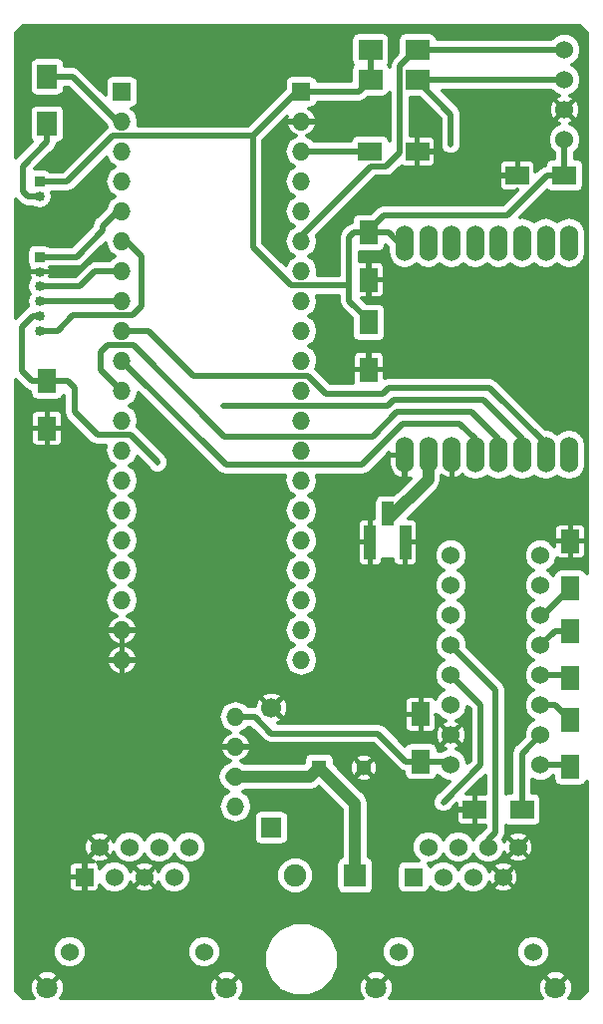
<source format=gtl>
G04 #@! TF.FileFunction,Copper,L1,Top,Signal*
%FSLAX46Y46*%
G04 Gerber Fmt 4.6, Leading zero omitted, Abs format (unit mm)*
G04 Created by KiCad (PCBNEW 4.0.5+dfsg1-4) date Sat Sep 16 12:05:32 2017*
%MOMM*%
%LPD*%
G01*
G04 APERTURE LIST*
%ADD10C,0.100000*%
%ADD11O,1.524000X1.524000*%
%ADD12R,1.524000X1.524000*%
%ADD13O,1.524000X3.048000*%
%ADD14R,0.850000X0.850000*%
%ADD15O,0.850000X0.850000*%
%ADD16R,1.300000X1.300000*%
%ADD17C,1.300000*%
%ADD18R,1.600000X2.000000*%
%ADD19C,1.524000*%
%ADD20R,1.700000X2.000000*%
%ADD21R,2.000000X1.700000*%
%ADD22R,1.905000X1.905000*%
%ADD23C,1.905000*%
%ADD24C,1.699260*%
%ADD25R,1.699260X1.699260*%
%ADD26R,2.000000X1.600000*%
%ADD27R,1.000000X2.000000*%
%ADD28R,1.000000X3.000000*%
%ADD29C,1.800000*%
%ADD30C,0.500000*%
%ADD31C,0.500000*%
%ADD32C,1.000000*%
%ADD33C,0.300000*%
G04 APERTURE END LIST*
D10*
D11*
X150097000Y-139746000D03*
X150097000Y-137206000D03*
X150097000Y-134666000D03*
X150097000Y-132126000D03*
D12*
X140445000Y-79040000D03*
D11*
X140445000Y-81580000D03*
X140445000Y-84120000D03*
X140445000Y-86660000D03*
X140445000Y-89200000D03*
X140445000Y-91740000D03*
X140445000Y-94280000D03*
X140445000Y-96820000D03*
X140445000Y-99360000D03*
X140445000Y-101900000D03*
X140445000Y-104440000D03*
X140445000Y-106980000D03*
X140445000Y-109520000D03*
X140445000Y-112060000D03*
X140445000Y-114600000D03*
X140445000Y-117140000D03*
X140445000Y-119680000D03*
X140445000Y-122220000D03*
X140445000Y-124760000D03*
X140445000Y-127300000D03*
D12*
X155685000Y-79040000D03*
D11*
X155685000Y-81580000D03*
X155685000Y-84120000D03*
X155685000Y-86660000D03*
X155685000Y-89200000D03*
X155685000Y-91740000D03*
X155685000Y-94280000D03*
X155685000Y-96820000D03*
X155685000Y-99360000D03*
X155685000Y-101900000D03*
X155685000Y-104440000D03*
X155685000Y-106980000D03*
X155685000Y-109520000D03*
X155685000Y-112060000D03*
X155685000Y-114600000D03*
X155685000Y-117140000D03*
X155685000Y-119680000D03*
X155685000Y-122220000D03*
X155685000Y-124760000D03*
X155685000Y-127300000D03*
D13*
X164449000Y-91875000D03*
X166449000Y-91875000D03*
X168449000Y-91875000D03*
X170449000Y-91875000D03*
X172449000Y-91875000D03*
X174449000Y-91875000D03*
X176449000Y-91875000D03*
X178449000Y-91875000D03*
X164449000Y-109875000D03*
X166449000Y-109875000D03*
X168449000Y-109875000D03*
X170449000Y-109875000D03*
X172449000Y-109875000D03*
X174449000Y-109875000D03*
X176449000Y-109875000D03*
X178449000Y-109875000D03*
D14*
X133460000Y-86680000D03*
D15*
X133460000Y-87930000D03*
D14*
X133460000Y-93070000D03*
D15*
X133460000Y-94320000D03*
X133460000Y-95570000D03*
X133460000Y-96820000D03*
X133460000Y-98070000D03*
X133460000Y-99320000D03*
D16*
X157209000Y-136444000D03*
D17*
X161009000Y-136444000D03*
D18*
X161400000Y-98630000D03*
X161400000Y-102630000D03*
D19*
X178037000Y-83104000D03*
X178037000Y-80564000D03*
X178037000Y-78024000D03*
X178037000Y-75484000D03*
D20*
X134095000Y-77770000D03*
X134095000Y-81770000D03*
D21*
X165559000Y-78024000D03*
X161559000Y-78024000D03*
X165559000Y-75484000D03*
X161559000Y-75484000D03*
D22*
X160257000Y-145588000D03*
D23*
X155177000Y-145588000D03*
D24*
X153142460Y-131363480D03*
D25*
X153142460Y-141523480D03*
D26*
X178037000Y-86152000D03*
X174037000Y-86152000D03*
D18*
X178545000Y-117204000D03*
X178545000Y-121204000D03*
D26*
X170417000Y-140000000D03*
X174417000Y-140000000D03*
D18*
X178545000Y-128824000D03*
X178545000Y-124824000D03*
X165845000Y-131904000D03*
X165845000Y-135904000D03*
X178545000Y-136380000D03*
X178545000Y-132380000D03*
D26*
X165527000Y-84120000D03*
X161527000Y-84120000D03*
D18*
X161400000Y-91010000D03*
X161400000Y-95010000D03*
X134095000Y-103615000D03*
X134095000Y-107615000D03*
D27*
X163027000Y-114886000D03*
D28*
X161527000Y-117286000D03*
X164527000Y-117286000D03*
D19*
X176005000Y-136190000D03*
X176005000Y-133650000D03*
X176005000Y-131110000D03*
X176005000Y-128570000D03*
X176005000Y-126030000D03*
X176005000Y-123490000D03*
X176005000Y-120950000D03*
X176005000Y-118410000D03*
X168385000Y-118410000D03*
X168385000Y-120950000D03*
X168385000Y-123490000D03*
X168385000Y-126030000D03*
X168385000Y-128570000D03*
X168385000Y-131110000D03*
X168385000Y-133650000D03*
X168385000Y-136190000D03*
X147430000Y-152065000D03*
X136000000Y-152065000D03*
D12*
X137270000Y-145715000D03*
D19*
X138540000Y-143175000D03*
X139810000Y-145715000D03*
X141080000Y-143175000D03*
X142350000Y-145715000D03*
X143620000Y-143175000D03*
X144890000Y-145715000D03*
X146160000Y-143175000D03*
D29*
X134095000Y-155113000D03*
X149335000Y-155113000D03*
D19*
X175370000Y-152065000D03*
X163940000Y-152065000D03*
D12*
X165210000Y-145715000D03*
D19*
X166480000Y-143175000D03*
X167750000Y-145715000D03*
X169020000Y-143175000D03*
X170290000Y-145715000D03*
X171560000Y-143175000D03*
X172830000Y-145715000D03*
X174100000Y-143175000D03*
D29*
X162035000Y-155113000D03*
X177275000Y-155113000D03*
D30*
X143493000Y-110536000D03*
X149081000Y-105710000D03*
X167750000Y-139365000D03*
X168385000Y-83485000D03*
D31*
X159749000Y-95550000D02*
X159749000Y-91361000D01*
X159749000Y-96779000D02*
X159749000Y-95550000D01*
X159749000Y-95550000D02*
X159691010Y-95492010D01*
X159691010Y-95492010D02*
X154801970Y-95492010D01*
X154801970Y-95492010D02*
X151551990Y-92242030D01*
X151551990Y-92242030D02*
X151551990Y-82792010D01*
X133460000Y-86680000D02*
X135789960Y-86680000D01*
X135789960Y-86680000D02*
X139677950Y-82792010D01*
X151551990Y-82792010D02*
X155304000Y-79040000D01*
X139677950Y-82792010D02*
X151551990Y-82792010D01*
X155304000Y-79040000D02*
X155685000Y-79040000D01*
X161400000Y-91010000D02*
X161400000Y-90810000D01*
X161400000Y-90810000D02*
X162700000Y-89510000D01*
X173179000Y-89510000D02*
X176537000Y-86152000D01*
X162700000Y-89510000D02*
X173179000Y-89510000D01*
X176537000Y-86152000D02*
X178037000Y-86152000D01*
X178037000Y-86152000D02*
X178037000Y-83104000D01*
X161559000Y-78024000D02*
X161559000Y-75484000D01*
X155685000Y-79040000D02*
X160543000Y-79040000D01*
X160543000Y-79040000D02*
X161559000Y-78024000D01*
X161400000Y-98630000D02*
X161400000Y-98430000D01*
X161400000Y-98430000D02*
X159749000Y-96779000D01*
X159749000Y-91361000D02*
X160100000Y-91010000D01*
X160100000Y-91010000D02*
X161400000Y-91010000D01*
X161400000Y-91010000D02*
X163084000Y-91010000D01*
X163084000Y-91010000D02*
X164449000Y-92375000D01*
X150097000Y-132126000D02*
X151740000Y-132126000D01*
X151740000Y-132126000D02*
X153145000Y-133531000D01*
X153145000Y-133531000D02*
X162172000Y-133531000D01*
X164545000Y-135904000D02*
X165845000Y-135904000D01*
X162172000Y-133531000D02*
X164545000Y-135904000D01*
X165845000Y-135904000D02*
X168099000Y-135904000D01*
X168099000Y-135904000D02*
X168385000Y-136190000D01*
X143493000Y-110536000D02*
X143493000Y-110472960D01*
X143493000Y-110472960D02*
X141212050Y-108192010D01*
X141212050Y-108192010D02*
X138355010Y-108192010D01*
X138355010Y-108192010D02*
X136400040Y-106237040D01*
X136400040Y-106237040D02*
X136400040Y-104205040D01*
X136400040Y-104205040D02*
X135810000Y-103615000D01*
X135810000Y-103615000D02*
X134095000Y-103615000D01*
X134095000Y-103615000D02*
X132795000Y-103615000D01*
X132795000Y-103615000D02*
X131960000Y-102780000D01*
X132885000Y-98070000D02*
X133460000Y-98070000D01*
X131960000Y-102780000D02*
X131960000Y-98995000D01*
X131960000Y-98995000D02*
X132885000Y-98070000D01*
X155685000Y-84120000D02*
X161527000Y-84120000D01*
X133460000Y-87930000D02*
X132474998Y-87930000D01*
X132474998Y-87930000D02*
X132009999Y-87465001D01*
X132009999Y-87465001D02*
X132009999Y-85355001D01*
X132009999Y-85355001D02*
X134095000Y-83270000D01*
X134095000Y-83270000D02*
X134095000Y-81770000D01*
X133460000Y-93070000D02*
X136575000Y-93070000D01*
X136575000Y-93070000D02*
X138802000Y-90843000D01*
X138802000Y-90843000D02*
X138802000Y-90462000D01*
X138802000Y-90462000D02*
X140064000Y-89200000D01*
X140064000Y-89200000D02*
X140445000Y-89200000D01*
X133460000Y-99320000D02*
X134960000Y-99320000D01*
X134960000Y-99320000D02*
X136247990Y-98032010D01*
X140826000Y-91740000D02*
X140445000Y-91740000D01*
X136247990Y-98032010D02*
X141328030Y-98032010D01*
X141328030Y-98032010D02*
X142088000Y-97272040D01*
X142088000Y-97272040D02*
X142088000Y-93002000D01*
X142088000Y-93002000D02*
X140826000Y-91740000D01*
X136869000Y-95570000D02*
X138159000Y-94280000D01*
X138159000Y-94280000D02*
X140445000Y-94280000D01*
X133460000Y-95570000D02*
X136869000Y-95570000D01*
X133460000Y-96820000D02*
X134960000Y-96820000D01*
X134960000Y-96820000D02*
X140445000Y-96820000D01*
X165210000Y-83803000D02*
X165527000Y-84120000D01*
X161940000Y-95550000D02*
X161400000Y-95010000D01*
X176449000Y-109375000D02*
X176449000Y-108948000D01*
X157732762Y-104694000D02*
X156208762Y-103170000D01*
X176449000Y-108948000D02*
X171687000Y-104186000D01*
X171687000Y-104186000D02*
X163077037Y-104186000D01*
X163077037Y-104186000D02*
X162569037Y-104694000D01*
X162569037Y-104694000D02*
X157732762Y-104694000D01*
X156208762Y-103170000D02*
X146541000Y-103170000D01*
X146541000Y-103170000D02*
X142731000Y-99360000D01*
X142731000Y-99360000D02*
X140445000Y-99360000D01*
X170449000Y-109375000D02*
X170449000Y-108536000D01*
X170449000Y-108536000D02*
X169147000Y-107234000D01*
X169147000Y-107234000D02*
X164321000Y-107234000D01*
X164321000Y-107234000D02*
X160822999Y-110732001D01*
X160822999Y-110732001D02*
X149277001Y-110732001D01*
X149277001Y-110732001D02*
X140445000Y-101900000D01*
X170449000Y-109375000D02*
X170449000Y-108663000D01*
X170449000Y-109375000D02*
X170396070Y-109375000D01*
X140826000Y-101900000D02*
X140445000Y-101900000D01*
X172449000Y-109375000D02*
X172449000Y-108504000D01*
X172449000Y-108504000D02*
X170163000Y-106218000D01*
X170163000Y-106218000D02*
X163813000Y-106218000D01*
X138667000Y-101138000D02*
X138667000Y-102662000D01*
X163813000Y-106218000D02*
X161723001Y-108307999D01*
X161723001Y-108307999D02*
X149138999Y-108307999D01*
X149138999Y-108307999D02*
X141403001Y-100572001D01*
X139232999Y-100572001D02*
X138667000Y-101138000D01*
X141403001Y-100572001D02*
X139232999Y-100572001D01*
X138667000Y-102662000D02*
X140445000Y-104440000D01*
X172449000Y-109375000D02*
X172396070Y-109375000D01*
X140064000Y-104440000D02*
X140445000Y-104440000D01*
X163559000Y-105202000D02*
X163051000Y-105710000D01*
X163051000Y-105710000D02*
X149081000Y-105710000D01*
X171179000Y-105202000D02*
X163559000Y-105202000D01*
X174449000Y-108472000D02*
X171179000Y-105202000D01*
X174449000Y-109375000D02*
X174449000Y-108472000D01*
X174449000Y-109375000D02*
X174449000Y-109234000D01*
X174449000Y-110441000D02*
X174449000Y-109375000D01*
X174449000Y-110322070D02*
X174449000Y-109375000D01*
X155304000Y-96820000D02*
X155685000Y-96820000D01*
X155685000Y-96820000D02*
X156066000Y-96820000D01*
X155304000Y-99360000D02*
X155685000Y-99360000D01*
D32*
X163027000Y-115386000D02*
X166449000Y-111964000D01*
X166449000Y-111964000D02*
X166449000Y-109375000D01*
D31*
X134095000Y-77770000D02*
X136254000Y-77770000D01*
X136254000Y-77770000D02*
X140064000Y-81580000D01*
X140064000Y-81580000D02*
X140445000Y-81580000D01*
X171560000Y-143175000D02*
X171560000Y-142540000D01*
X171560000Y-142540000D02*
X172195000Y-141905000D01*
X172195000Y-141905000D02*
X172195000Y-129840000D01*
X172195000Y-129840000D02*
X168385000Y-126030000D01*
X176005000Y-136190000D02*
X178355000Y-136190000D01*
X178355000Y-136190000D02*
X178545000Y-136380000D01*
X176005000Y-131110000D02*
X177275000Y-131110000D01*
X177275000Y-131110000D02*
X178545000Y-132380000D01*
X176005000Y-128570000D02*
X178291000Y-128570000D01*
X178291000Y-128570000D02*
X178545000Y-128824000D01*
X178545000Y-124824000D02*
X177211000Y-124824000D01*
X177211000Y-124824000D02*
X176005000Y-126030000D01*
X174417000Y-140000000D02*
X174417000Y-135238000D01*
X174417000Y-135238000D02*
X176005000Y-133650000D01*
X176005000Y-123490000D02*
X176259000Y-123490000D01*
X176259000Y-123490000D02*
X178545000Y-121204000D01*
X170925000Y-131110000D02*
X170925000Y-136190000D01*
X170925000Y-136190000D02*
X167750000Y-139365000D01*
X169184999Y-129369999D02*
X170925000Y-131110000D01*
X168385000Y-128570000D02*
X169184999Y-129369999D01*
X168385000Y-80945000D02*
X165559000Y-78119000D01*
X168385000Y-83485000D02*
X168385000Y-80945000D01*
X165559000Y-78119000D02*
X165559000Y-78024000D01*
X155685000Y-94280000D02*
X156066000Y-94280000D01*
X165559000Y-78024000D02*
X178037000Y-78024000D01*
X155685000Y-91740000D02*
X155685000Y-91295040D01*
X155685000Y-91295040D02*
X161610039Y-85370001D01*
X161610039Y-85370001D02*
X162887001Y-85370001D01*
X162887001Y-85370001D02*
X164059000Y-84198002D01*
X164059000Y-84198002D02*
X164059000Y-76834000D01*
X164059000Y-76834000D02*
X165409000Y-75484000D01*
X165409000Y-75484000D02*
X165559000Y-75484000D01*
X165559000Y-75484000D02*
X178037000Y-75484000D01*
D32*
X150097000Y-137206000D02*
X156447000Y-137206000D01*
X156447000Y-137206000D02*
X157209000Y-136444000D01*
X160257000Y-145588000D02*
X160257000Y-139492000D01*
X160257000Y-139492000D02*
X157209000Y-136444000D01*
X149716000Y-137206000D02*
X150097000Y-137206000D01*
D33*
G36*
X179960000Y-74000305D02*
X179960000Y-119959379D01*
X179820053Y-119741895D01*
X179602841Y-119593480D01*
X179345000Y-119541266D01*
X177745000Y-119541266D01*
X177504124Y-119586590D01*
X177282895Y-119728947D01*
X177134480Y-119946159D01*
X177111470Y-120059787D01*
X176805878Y-119753662D01*
X176628685Y-119680085D01*
X176803789Y-119607734D01*
X177201338Y-119210878D01*
X177416755Y-118692096D01*
X177416789Y-118653606D01*
X177433450Y-118670268D01*
X177635598Y-118754000D01*
X178357500Y-118754000D01*
X178495000Y-118616500D01*
X178495000Y-117254000D01*
X178595000Y-117254000D01*
X178595000Y-118616500D01*
X178732500Y-118754000D01*
X179454402Y-118754000D01*
X179656550Y-118670268D01*
X179811267Y-118515550D01*
X179895000Y-118313402D01*
X179895000Y-117391500D01*
X179757500Y-117254000D01*
X178595000Y-117254000D01*
X178495000Y-117254000D01*
X177332500Y-117254000D01*
X177195000Y-117391500D01*
X177195000Y-117603463D01*
X176805878Y-117213662D01*
X176287096Y-116998245D01*
X175725368Y-116997755D01*
X175206211Y-117212266D01*
X174808662Y-117609122D01*
X174593245Y-118127904D01*
X174592755Y-118689632D01*
X174807266Y-119208789D01*
X175204122Y-119606338D01*
X175381315Y-119679915D01*
X175206211Y-119752266D01*
X174808662Y-120149122D01*
X174593245Y-120667904D01*
X174592755Y-121229632D01*
X174807266Y-121748789D01*
X175204122Y-122146338D01*
X175381315Y-122219915D01*
X175206211Y-122292266D01*
X174808662Y-122689122D01*
X174593245Y-123207904D01*
X174592755Y-123769632D01*
X174807266Y-124288789D01*
X175204122Y-124686338D01*
X175381315Y-124759915D01*
X175206211Y-124832266D01*
X174808662Y-125229122D01*
X174593245Y-125747904D01*
X174592755Y-126309632D01*
X174807266Y-126828789D01*
X175204122Y-127226338D01*
X175381315Y-127299915D01*
X175206211Y-127372266D01*
X174808662Y-127769122D01*
X174593245Y-128287904D01*
X174592755Y-128849632D01*
X174807266Y-129368789D01*
X175204122Y-129766338D01*
X175381315Y-129839915D01*
X175206211Y-129912266D01*
X174808662Y-130309122D01*
X174593245Y-130827904D01*
X174592755Y-131389632D01*
X174807266Y-131908789D01*
X175204122Y-132306338D01*
X175381315Y-132379915D01*
X175206211Y-132452266D01*
X174808662Y-132849122D01*
X174593245Y-133367904D01*
X174592877Y-133789331D01*
X173780604Y-134601604D01*
X173585508Y-134893585D01*
X173517000Y-135238000D01*
X173517000Y-138537266D01*
X173417000Y-138537266D01*
X173176124Y-138582590D01*
X173095000Y-138634792D01*
X173095000Y-129840000D01*
X173026492Y-129495585D01*
X172831396Y-129203604D01*
X169796880Y-126169088D01*
X169797245Y-125750368D01*
X169582734Y-125231211D01*
X169185878Y-124833662D01*
X169008685Y-124760085D01*
X169183789Y-124687734D01*
X169581338Y-124290878D01*
X169796755Y-123772096D01*
X169797245Y-123210368D01*
X169582734Y-122691211D01*
X169185878Y-122293662D01*
X169008685Y-122220085D01*
X169183789Y-122147734D01*
X169581338Y-121750878D01*
X169796755Y-121232096D01*
X169797245Y-120670368D01*
X169582734Y-120151211D01*
X169185878Y-119753662D01*
X169008685Y-119680085D01*
X169183789Y-119607734D01*
X169581338Y-119210878D01*
X169796755Y-118692096D01*
X169797245Y-118130368D01*
X169582734Y-117611211D01*
X169185878Y-117213662D01*
X168667096Y-116998245D01*
X168105368Y-116997755D01*
X167586211Y-117212266D01*
X167188662Y-117609122D01*
X166973245Y-118127904D01*
X166972755Y-118689632D01*
X167187266Y-119208789D01*
X167584122Y-119606338D01*
X167761315Y-119679915D01*
X167586211Y-119752266D01*
X167188662Y-120149122D01*
X166973245Y-120667904D01*
X166972755Y-121229632D01*
X167187266Y-121748789D01*
X167584122Y-122146338D01*
X167761315Y-122219915D01*
X167586211Y-122292266D01*
X167188662Y-122689122D01*
X166973245Y-123207904D01*
X166972755Y-123769632D01*
X167187266Y-124288789D01*
X167584122Y-124686338D01*
X167761315Y-124759915D01*
X167586211Y-124832266D01*
X167188662Y-125229122D01*
X166973245Y-125747904D01*
X166972755Y-126309632D01*
X167187266Y-126828789D01*
X167584122Y-127226338D01*
X167761315Y-127299915D01*
X167586211Y-127372266D01*
X167188662Y-127769122D01*
X166973245Y-128287904D01*
X166972755Y-128849632D01*
X167187266Y-129368789D01*
X167584122Y-129766338D01*
X167761315Y-129839915D01*
X167586211Y-129912266D01*
X167188662Y-130309122D01*
X167082824Y-130564007D01*
X166956550Y-130437732D01*
X166754402Y-130354000D01*
X166032500Y-130354000D01*
X165895000Y-130491500D01*
X165895000Y-131854000D01*
X165915000Y-131854000D01*
X165915000Y-131954000D01*
X165895000Y-131954000D01*
X165895000Y-133316500D01*
X166032500Y-133454000D01*
X166754402Y-133454000D01*
X166956550Y-133370268D01*
X167111267Y-133215550D01*
X167195000Y-133013402D01*
X167195000Y-132091500D01*
X167057502Y-131954002D01*
X167195000Y-131954002D01*
X167195000Y-131916537D01*
X167584122Y-132306338D01*
X167891935Y-132434153D01*
X167643908Y-132536342D01*
X167639718Y-132539142D01*
X167572420Y-132766709D01*
X168385000Y-133579289D01*
X169197580Y-132766709D01*
X169130282Y-132539142D01*
X168877996Y-132434085D01*
X169183789Y-132307734D01*
X169581338Y-131910878D01*
X169796755Y-131392096D01*
X169796875Y-131254667D01*
X170025000Y-131482792D01*
X170025000Y-135817208D01*
X169797127Y-136045081D01*
X169797245Y-135910368D01*
X169582734Y-135391211D01*
X169185878Y-134993662D01*
X168878065Y-134865847D01*
X169126092Y-134763658D01*
X169130282Y-134760858D01*
X169197580Y-134533291D01*
X168385000Y-133720711D01*
X167572420Y-134533291D01*
X167639718Y-134760858D01*
X167892004Y-134865915D01*
X167586211Y-134992266D01*
X167574457Y-135004000D01*
X167307734Y-135004000D01*
X167307734Y-134904000D01*
X167262410Y-134663124D01*
X167120053Y-134441895D01*
X166902841Y-134293480D01*
X166645000Y-134241266D01*
X165045000Y-134241266D01*
X164804124Y-134286590D01*
X164582895Y-134428947D01*
X164485411Y-134571619D01*
X163822293Y-133908501D01*
X167072511Y-133908501D01*
X167271342Y-134391092D01*
X167274142Y-134395282D01*
X167501709Y-134462580D01*
X168314289Y-133650000D01*
X168455711Y-133650000D01*
X169268291Y-134462580D01*
X169495858Y-134395282D01*
X169696506Y-133913444D01*
X169697489Y-133391499D01*
X169498658Y-132908908D01*
X169495858Y-132904718D01*
X169268291Y-132837420D01*
X168455711Y-133650000D01*
X168314289Y-133650000D01*
X167501709Y-132837420D01*
X167274142Y-132904718D01*
X167073494Y-133386556D01*
X167072511Y-133908501D01*
X163822293Y-133908501D01*
X162808396Y-132894604D01*
X162516415Y-132699508D01*
X162172000Y-132631000D01*
X153740587Y-132631000D01*
X153930266Y-132553370D01*
X153940294Y-132546668D01*
X154018268Y-132309999D01*
X153142460Y-131434191D01*
X153128318Y-131448333D01*
X153057607Y-131377622D01*
X153071749Y-131363480D01*
X153213171Y-131363480D01*
X154088979Y-132239288D01*
X154325648Y-132161314D01*
X154354912Y-132091500D01*
X164495000Y-132091500D01*
X164495000Y-133013402D01*
X164578733Y-133215550D01*
X164733450Y-133370268D01*
X164935598Y-133454000D01*
X165657500Y-133454000D01*
X165795000Y-133316500D01*
X165795000Y-131954000D01*
X164632500Y-131954000D01*
X164495000Y-132091500D01*
X154354912Y-132091500D01*
X154540902Y-131647796D01*
X154543255Y-131090993D01*
X154421950Y-130794598D01*
X164495000Y-130794598D01*
X164495000Y-131716500D01*
X164632500Y-131854000D01*
X165795000Y-131854000D01*
X165795000Y-130491500D01*
X165657500Y-130354000D01*
X164935598Y-130354000D01*
X164733450Y-130437732D01*
X164578733Y-130592450D01*
X164495000Y-130794598D01*
X154421950Y-130794598D01*
X154332350Y-130575674D01*
X154325648Y-130565646D01*
X154088979Y-130487672D01*
X153213171Y-131363480D01*
X153071749Y-131363480D01*
X152195941Y-130487672D01*
X151959272Y-130565646D01*
X151744018Y-131079164D01*
X151743395Y-131226675D01*
X151740000Y-131226000D01*
X151188870Y-131226000D01*
X151123098Y-131127565D01*
X150665012Y-130821482D01*
X150124663Y-130714000D01*
X150069337Y-130714000D01*
X149528988Y-130821482D01*
X149070902Y-131127565D01*
X148764819Y-131585651D01*
X148657337Y-132126000D01*
X148764819Y-132666349D01*
X149070902Y-133124435D01*
X149528988Y-133430518D01*
X149656226Y-133455827D01*
X149369346Y-133574270D01*
X149006948Y-133935834D01*
X148810501Y-134408559D01*
X148809916Y-134411523D01*
X148923565Y-134616000D01*
X150047000Y-134616000D01*
X150047000Y-134596000D01*
X150147000Y-134596000D01*
X150147000Y-134616000D01*
X151270435Y-134616000D01*
X151384084Y-134411523D01*
X151383499Y-134408559D01*
X151187052Y-133935834D01*
X150824654Y-133574270D01*
X150537774Y-133455827D01*
X150665012Y-133430518D01*
X151123098Y-133124435D01*
X151188870Y-133026000D01*
X151367208Y-133026000D01*
X152508604Y-134167396D01*
X152800585Y-134362492D01*
X153145000Y-134431000D01*
X161799208Y-134431000D01*
X163908604Y-136540396D01*
X164200585Y-136735492D01*
X164382266Y-136771630D01*
X164382266Y-136904000D01*
X164427590Y-137144876D01*
X164569947Y-137366105D01*
X164787159Y-137514520D01*
X165045000Y-137566734D01*
X166645000Y-137566734D01*
X166885876Y-137521410D01*
X167107105Y-137379053D01*
X167255520Y-137161841D01*
X167273143Y-137074816D01*
X167584122Y-137386338D01*
X168102904Y-137601755D01*
X168240333Y-137601875D01*
X167114159Y-138728049D01*
X166987462Y-138854525D01*
X166850157Y-139185194D01*
X166849844Y-139543236D01*
X166986572Y-139874143D01*
X167239525Y-140127538D01*
X167405584Y-140196491D01*
X167405585Y-140196492D01*
X167405586Y-140196492D01*
X167570194Y-140264843D01*
X167928236Y-140265156D01*
X168116177Y-140187500D01*
X168867000Y-140187500D01*
X168867000Y-140909402D01*
X168950732Y-141111550D01*
X169105450Y-141266267D01*
X169307598Y-141350000D01*
X170229500Y-141350000D01*
X170367000Y-141212500D01*
X170367000Y-140050000D01*
X169004500Y-140050000D01*
X168867000Y-140187500D01*
X168116177Y-140187500D01*
X168259143Y-140128428D01*
X168512538Y-139875475D01*
X168512695Y-139875097D01*
X168867000Y-139520792D01*
X168867000Y-139812500D01*
X169004500Y-139950000D01*
X170367000Y-139950000D01*
X170367000Y-138787500D01*
X170229500Y-138650000D01*
X169737792Y-138650000D01*
X171295000Y-137092792D01*
X171295000Y-138650000D01*
X170604500Y-138650000D01*
X170467000Y-138787500D01*
X170467000Y-139950000D01*
X170487000Y-139950000D01*
X170487000Y-140050000D01*
X170467000Y-140050000D01*
X170467000Y-141212500D01*
X170604500Y-141350000D01*
X171295000Y-141350000D01*
X171295000Y-141532208D01*
X170923604Y-141903604D01*
X170917547Y-141912670D01*
X170761211Y-141977266D01*
X170363662Y-142374122D01*
X170290085Y-142551315D01*
X170217734Y-142376211D01*
X169820878Y-141978662D01*
X169302096Y-141763245D01*
X168740368Y-141762755D01*
X168221211Y-141977266D01*
X167823662Y-142374122D01*
X167750085Y-142551315D01*
X167677734Y-142376211D01*
X167280878Y-141978662D01*
X166762096Y-141763245D01*
X166200368Y-141762755D01*
X165681211Y-141977266D01*
X165283662Y-142374122D01*
X165068245Y-142892904D01*
X165067755Y-143454632D01*
X165282266Y-143973789D01*
X165598191Y-144290266D01*
X164448000Y-144290266D01*
X164207124Y-144335590D01*
X163985895Y-144477947D01*
X163837480Y-144695159D01*
X163785266Y-144953000D01*
X163785266Y-146477000D01*
X163830590Y-146717876D01*
X163972947Y-146939105D01*
X164190159Y-147087520D01*
X164448000Y-147139734D01*
X165972000Y-147139734D01*
X166212876Y-147094410D01*
X166434105Y-146952053D01*
X166582520Y-146734841D01*
X166614632Y-146576264D01*
X166949122Y-146911338D01*
X167467904Y-147126755D01*
X168029632Y-147127245D01*
X168548789Y-146912734D01*
X168946338Y-146515878D01*
X169019915Y-146338685D01*
X169092266Y-146513789D01*
X169489122Y-146911338D01*
X170007904Y-147126755D01*
X170569632Y-147127245D01*
X171088789Y-146912734D01*
X171403781Y-146598291D01*
X172017420Y-146598291D01*
X172084718Y-146825858D01*
X172566556Y-147026506D01*
X173088501Y-147027489D01*
X173571092Y-146828658D01*
X173575282Y-146825858D01*
X173642580Y-146598291D01*
X172830000Y-145785711D01*
X172017420Y-146598291D01*
X171403781Y-146598291D01*
X171486338Y-146515878D01*
X171614153Y-146208065D01*
X171716342Y-146456092D01*
X171719142Y-146460282D01*
X171946709Y-146527580D01*
X172759289Y-145715000D01*
X172900711Y-145715000D01*
X173713291Y-146527580D01*
X173940858Y-146460282D01*
X174141506Y-145978444D01*
X174142489Y-145456499D01*
X173943658Y-144973908D01*
X173940858Y-144969718D01*
X173713291Y-144902420D01*
X172900711Y-145715000D01*
X172759289Y-145715000D01*
X171946709Y-144902420D01*
X171719142Y-144969718D01*
X171614085Y-145222004D01*
X171487734Y-144916211D01*
X171403380Y-144831709D01*
X172017420Y-144831709D01*
X172830000Y-145644289D01*
X173642580Y-144831709D01*
X173575282Y-144604142D01*
X173093444Y-144403494D01*
X172571499Y-144402511D01*
X172088908Y-144601342D01*
X172084718Y-144604142D01*
X172017420Y-144831709D01*
X171403380Y-144831709D01*
X171090878Y-144518662D01*
X170572096Y-144303245D01*
X170010368Y-144302755D01*
X169491211Y-144517266D01*
X169093662Y-144914122D01*
X169020085Y-145091315D01*
X168947734Y-144916211D01*
X168550878Y-144518662D01*
X168032096Y-144303245D01*
X167470368Y-144302755D01*
X166951211Y-144517266D01*
X166615755Y-144852137D01*
X166589410Y-144712124D01*
X166508912Y-144587026D01*
X166759632Y-144587245D01*
X167278789Y-144372734D01*
X167676338Y-143975878D01*
X167749915Y-143798685D01*
X167822266Y-143973789D01*
X168219122Y-144371338D01*
X168737904Y-144586755D01*
X169299632Y-144587245D01*
X169818789Y-144372734D01*
X170216338Y-143975878D01*
X170289915Y-143798685D01*
X170362266Y-143973789D01*
X170759122Y-144371338D01*
X171277904Y-144586755D01*
X171839632Y-144587245D01*
X172358789Y-144372734D01*
X172673781Y-144058291D01*
X173287420Y-144058291D01*
X173354718Y-144285858D01*
X173836556Y-144486506D01*
X174358501Y-144487489D01*
X174841092Y-144288658D01*
X174845282Y-144285858D01*
X174912580Y-144058291D01*
X174100000Y-143245711D01*
X173287420Y-144058291D01*
X172673781Y-144058291D01*
X172756338Y-143975878D01*
X172884153Y-143668065D01*
X172986342Y-143916092D01*
X172989142Y-143920282D01*
X173216709Y-143987580D01*
X174029289Y-143175000D01*
X174170711Y-143175000D01*
X174983291Y-143987580D01*
X175210858Y-143920282D01*
X175411506Y-143438444D01*
X175412489Y-142916499D01*
X175213658Y-142433908D01*
X175210858Y-142429718D01*
X174983291Y-142362420D01*
X174170711Y-143175000D01*
X174029289Y-143175000D01*
X173216709Y-142362420D01*
X172989142Y-142429718D01*
X172884085Y-142682004D01*
X172827568Y-142545224D01*
X172831396Y-142541396D01*
X172998231Y-142291709D01*
X173287420Y-142291709D01*
X174100000Y-143104289D01*
X174912580Y-142291709D01*
X174845282Y-142064142D01*
X174363444Y-141863494D01*
X173841499Y-141862511D01*
X173358908Y-142061342D01*
X173354718Y-142064142D01*
X173287420Y-142291709D01*
X172998231Y-142291709D01*
X173026492Y-142249415D01*
X173095000Y-141905000D01*
X173095000Y-141366682D01*
X173159159Y-141410520D01*
X173417000Y-141462734D01*
X175417000Y-141462734D01*
X175657876Y-141417410D01*
X175879105Y-141275053D01*
X176027520Y-141057841D01*
X176079734Y-140800000D01*
X176079734Y-139200000D01*
X176034410Y-138959124D01*
X175892053Y-138737895D01*
X175674841Y-138589480D01*
X175417000Y-138537266D01*
X175317000Y-138537266D01*
X175317000Y-137433209D01*
X175722904Y-137601755D01*
X176284632Y-137602245D01*
X176803789Y-137387734D01*
X177082266Y-137109742D01*
X177082266Y-137380000D01*
X177127590Y-137620876D01*
X177269947Y-137842105D01*
X177487159Y-137990520D01*
X177745000Y-138042734D01*
X179345000Y-138042734D01*
X179585876Y-137997410D01*
X179807105Y-137855053D01*
X179955520Y-137637841D01*
X179960000Y-137615718D01*
X179960000Y-155399695D01*
X179384696Y-155975000D01*
X178402087Y-155975000D01*
X178499761Y-155941038D01*
X178723409Y-155409311D01*
X178726549Y-154832474D01*
X178508703Y-154298344D01*
X178499761Y-154284962D01*
X178257860Y-154200851D01*
X177345711Y-155113000D01*
X177359853Y-155127142D01*
X177289142Y-155197853D01*
X177275000Y-155183711D01*
X177260858Y-155197853D01*
X177190147Y-155127142D01*
X177204289Y-155113000D01*
X176292140Y-154200851D01*
X176050239Y-154284962D01*
X175826591Y-154816689D01*
X175823451Y-155393526D01*
X176041297Y-155927656D01*
X176050239Y-155941038D01*
X176147913Y-155975000D01*
X163162087Y-155975000D01*
X163259761Y-155941038D01*
X163483409Y-155409311D01*
X163486549Y-154832474D01*
X163268703Y-154298344D01*
X163259761Y-154284962D01*
X163017860Y-154200851D01*
X162105711Y-155113000D01*
X162119853Y-155127142D01*
X162049142Y-155197853D01*
X162035000Y-155183711D01*
X162020858Y-155197853D01*
X161950147Y-155127142D01*
X161964289Y-155113000D01*
X161052140Y-154200851D01*
X160810239Y-154284962D01*
X160586591Y-154816689D01*
X160583451Y-155393526D01*
X160801297Y-155927656D01*
X160810239Y-155941038D01*
X160907913Y-155975000D01*
X150462087Y-155975000D01*
X150559761Y-155941038D01*
X150783409Y-155409311D01*
X150786549Y-154832474D01*
X150568703Y-154298344D01*
X150559761Y-154284962D01*
X150317860Y-154200851D01*
X149405711Y-155113000D01*
X149419853Y-155127142D01*
X149349142Y-155197853D01*
X149335000Y-155183711D01*
X149320858Y-155197853D01*
X149250147Y-155127142D01*
X149264289Y-155113000D01*
X148352140Y-154200851D01*
X148110239Y-154284962D01*
X147886591Y-154816689D01*
X147883451Y-155393526D01*
X148101297Y-155927656D01*
X148110239Y-155941038D01*
X148207913Y-155975000D01*
X135222087Y-155975000D01*
X135319761Y-155941038D01*
X135543409Y-155409311D01*
X135546549Y-154832474D01*
X135328703Y-154298344D01*
X135319761Y-154284962D01*
X135077860Y-154200851D01*
X134165711Y-155113000D01*
X134179853Y-155127142D01*
X134109142Y-155197853D01*
X134095000Y-155183711D01*
X134080858Y-155197853D01*
X134010147Y-155127142D01*
X134024289Y-155113000D01*
X133112140Y-154200851D01*
X132870239Y-154284962D01*
X132646591Y-154816689D01*
X132643451Y-155393526D01*
X132861297Y-155927656D01*
X132870239Y-155941038D01*
X132967913Y-155975000D01*
X131985305Y-155975000D01*
X131451000Y-155440696D01*
X131451000Y-154130140D01*
X133182851Y-154130140D01*
X134095000Y-155042289D01*
X135007149Y-154130140D01*
X148422851Y-154130140D01*
X149335000Y-155042289D01*
X150247149Y-154130140D01*
X150163038Y-153888239D01*
X149631311Y-153664591D01*
X149054474Y-153661451D01*
X148520344Y-153879297D01*
X148506962Y-153888239D01*
X148422851Y-154130140D01*
X135007149Y-154130140D01*
X134923038Y-153888239D01*
X134391311Y-153664591D01*
X133814474Y-153661451D01*
X133280344Y-153879297D01*
X133266962Y-153888239D01*
X133182851Y-154130140D01*
X131451000Y-154130140D01*
X131451000Y-152344632D01*
X134587755Y-152344632D01*
X134802266Y-152863789D01*
X135199122Y-153261338D01*
X135717904Y-153476755D01*
X136279632Y-153477245D01*
X136798789Y-153262734D01*
X137196338Y-152865878D01*
X137411755Y-152347096D01*
X137411757Y-152344632D01*
X146017755Y-152344632D01*
X146232266Y-152863789D01*
X146629122Y-153261338D01*
X147147904Y-153476755D01*
X147709632Y-153477245D01*
X148080937Y-153323825D01*
X152534455Y-153323825D01*
X153013003Y-154482001D01*
X153898339Y-155368883D01*
X155055677Y-155849452D01*
X156308825Y-155850545D01*
X157467001Y-155371997D01*
X158353883Y-154486661D01*
X158501923Y-154130140D01*
X161122851Y-154130140D01*
X162035000Y-155042289D01*
X162947149Y-154130140D01*
X176362851Y-154130140D01*
X177275000Y-155042289D01*
X178187149Y-154130140D01*
X178103038Y-153888239D01*
X177571311Y-153664591D01*
X176994474Y-153661451D01*
X176460344Y-153879297D01*
X176446962Y-153888239D01*
X176362851Y-154130140D01*
X162947149Y-154130140D01*
X162863038Y-153888239D01*
X162331311Y-153664591D01*
X161754474Y-153661451D01*
X161220344Y-153879297D01*
X161206962Y-153888239D01*
X161122851Y-154130140D01*
X158501923Y-154130140D01*
X158834452Y-153329323D01*
X158835310Y-152344632D01*
X162527755Y-152344632D01*
X162742266Y-152863789D01*
X163139122Y-153261338D01*
X163657904Y-153476755D01*
X164219632Y-153477245D01*
X164738789Y-153262734D01*
X165136338Y-152865878D01*
X165351755Y-152347096D01*
X165351757Y-152344632D01*
X173957755Y-152344632D01*
X174172266Y-152863789D01*
X174569122Y-153261338D01*
X175087904Y-153476755D01*
X175649632Y-153477245D01*
X176168789Y-153262734D01*
X176566338Y-152865878D01*
X176781755Y-152347096D01*
X176782245Y-151785368D01*
X176567734Y-151266211D01*
X176170878Y-150868662D01*
X175652096Y-150653245D01*
X175090368Y-150652755D01*
X174571211Y-150867266D01*
X174173662Y-151264122D01*
X173958245Y-151782904D01*
X173957755Y-152344632D01*
X165351757Y-152344632D01*
X165352245Y-151785368D01*
X165137734Y-151266211D01*
X164740878Y-150868662D01*
X164222096Y-150653245D01*
X163660368Y-150652755D01*
X163141211Y-150867266D01*
X162743662Y-151264122D01*
X162528245Y-151782904D01*
X162527755Y-152344632D01*
X158835310Y-152344632D01*
X158835545Y-152076175D01*
X158356997Y-150917999D01*
X157471661Y-150031117D01*
X156314323Y-149550548D01*
X155061175Y-149549455D01*
X153902999Y-150028003D01*
X153016117Y-150913339D01*
X152535548Y-152070677D01*
X152534455Y-153323825D01*
X148080937Y-153323825D01*
X148228789Y-153262734D01*
X148626338Y-152865878D01*
X148841755Y-152347096D01*
X148842245Y-151785368D01*
X148627734Y-151266211D01*
X148230878Y-150868662D01*
X147712096Y-150653245D01*
X147150368Y-150652755D01*
X146631211Y-150867266D01*
X146233662Y-151264122D01*
X146018245Y-151782904D01*
X146017755Y-152344632D01*
X137411757Y-152344632D01*
X137412245Y-151785368D01*
X137197734Y-151266211D01*
X136800878Y-150868662D01*
X136282096Y-150653245D01*
X135720368Y-150652755D01*
X135201211Y-150867266D01*
X134803662Y-151264122D01*
X134588245Y-151782904D01*
X134587755Y-152344632D01*
X131451000Y-152344632D01*
X131451000Y-145902500D01*
X135958000Y-145902500D01*
X135958000Y-146586402D01*
X136041732Y-146788550D01*
X136196450Y-146943267D01*
X136398598Y-147027000D01*
X137082500Y-147027000D01*
X137220000Y-146889500D01*
X137220000Y-145765000D01*
X136095500Y-145765000D01*
X135958000Y-145902500D01*
X131451000Y-145902500D01*
X131451000Y-144843598D01*
X135958000Y-144843598D01*
X135958000Y-145527500D01*
X136095500Y-145665000D01*
X137220000Y-145665000D01*
X137220000Y-144540500D01*
X137320000Y-144540500D01*
X137320000Y-145665000D01*
X137340000Y-145665000D01*
X137340000Y-145765000D01*
X137320000Y-145765000D01*
X137320000Y-146889500D01*
X137457500Y-147027000D01*
X138141402Y-147027000D01*
X138343550Y-146943267D01*
X138498268Y-146788550D01*
X138582000Y-146586402D01*
X138582000Y-146440540D01*
X138612266Y-146513789D01*
X139009122Y-146911338D01*
X139527904Y-147126755D01*
X140089632Y-147127245D01*
X140608789Y-146912734D01*
X140923781Y-146598291D01*
X141537420Y-146598291D01*
X141604718Y-146825858D01*
X142086556Y-147026506D01*
X142608501Y-147027489D01*
X143091092Y-146828658D01*
X143095282Y-146825858D01*
X143162580Y-146598291D01*
X142350000Y-145785711D01*
X141537420Y-146598291D01*
X140923781Y-146598291D01*
X141006338Y-146515878D01*
X141134153Y-146208065D01*
X141236342Y-146456092D01*
X141239142Y-146460282D01*
X141466709Y-146527580D01*
X142279289Y-145715000D01*
X142420711Y-145715000D01*
X143233291Y-146527580D01*
X143460858Y-146460282D01*
X143565915Y-146207996D01*
X143692266Y-146513789D01*
X144089122Y-146911338D01*
X144607904Y-147126755D01*
X145169632Y-147127245D01*
X145688789Y-146912734D01*
X146086338Y-146515878D01*
X146301755Y-145997096D01*
X146301835Y-145905359D01*
X153574222Y-145905359D01*
X153817674Y-146494558D01*
X154268071Y-146945741D01*
X154856845Y-147190221D01*
X155494359Y-147190778D01*
X156083558Y-146947326D01*
X156534741Y-146496929D01*
X156779221Y-145908155D01*
X156779778Y-145270641D01*
X156536326Y-144681442D01*
X156085929Y-144230259D01*
X155497155Y-143985779D01*
X154859641Y-143985222D01*
X154270442Y-144228674D01*
X153819259Y-144679071D01*
X153574779Y-145267845D01*
X153574222Y-145905359D01*
X146301835Y-145905359D01*
X146302245Y-145435368D01*
X146087734Y-144916211D01*
X145690878Y-144518662D01*
X145172096Y-144303245D01*
X144610368Y-144302755D01*
X144091211Y-144517266D01*
X143693662Y-144914122D01*
X143565847Y-145221935D01*
X143463658Y-144973908D01*
X143460858Y-144969718D01*
X143233291Y-144902420D01*
X142420711Y-145715000D01*
X142279289Y-145715000D01*
X141466709Y-144902420D01*
X141239142Y-144969718D01*
X141134085Y-145222004D01*
X141007734Y-144916211D01*
X140923380Y-144831709D01*
X141537420Y-144831709D01*
X142350000Y-145644289D01*
X143162580Y-144831709D01*
X143095282Y-144604142D01*
X142613444Y-144403494D01*
X142091499Y-144402511D01*
X141608908Y-144601342D01*
X141604718Y-144604142D01*
X141537420Y-144831709D01*
X140923380Y-144831709D01*
X140610878Y-144518662D01*
X140092096Y-144303245D01*
X139530368Y-144302755D01*
X139011211Y-144517266D01*
X138613662Y-144914122D01*
X138582000Y-144990373D01*
X138582000Y-144843598D01*
X138498268Y-144641450D01*
X138343550Y-144486733D01*
X138343305Y-144486632D01*
X138798501Y-144487489D01*
X139281092Y-144288658D01*
X139285282Y-144285858D01*
X139352580Y-144058291D01*
X138540000Y-143245711D01*
X137727420Y-144058291D01*
X137794718Y-144285858D01*
X138076024Y-144403000D01*
X137457500Y-144403000D01*
X137320000Y-144540500D01*
X137220000Y-144540500D01*
X137082500Y-144403000D01*
X136398598Y-144403000D01*
X136196450Y-144486733D01*
X136041732Y-144641450D01*
X135958000Y-144843598D01*
X131451000Y-144843598D01*
X131451000Y-143433501D01*
X137227511Y-143433501D01*
X137426342Y-143916092D01*
X137429142Y-143920282D01*
X137656709Y-143987580D01*
X138469289Y-143175000D01*
X138610711Y-143175000D01*
X139423291Y-143987580D01*
X139650858Y-143920282D01*
X139755915Y-143667996D01*
X139882266Y-143973789D01*
X140279122Y-144371338D01*
X140797904Y-144586755D01*
X141359632Y-144587245D01*
X141878789Y-144372734D01*
X142276338Y-143975878D01*
X142349915Y-143798685D01*
X142422266Y-143973789D01*
X142819122Y-144371338D01*
X143337904Y-144586755D01*
X143899632Y-144587245D01*
X144418789Y-144372734D01*
X144816338Y-143975878D01*
X144889915Y-143798685D01*
X144962266Y-143973789D01*
X145359122Y-144371338D01*
X145877904Y-144586755D01*
X146439632Y-144587245D01*
X146958789Y-144372734D01*
X147356338Y-143975878D01*
X147571755Y-143457096D01*
X147572245Y-142895368D01*
X147357734Y-142376211D01*
X146960878Y-141978662D01*
X146442096Y-141763245D01*
X145880368Y-141762755D01*
X145361211Y-141977266D01*
X144963662Y-142374122D01*
X144890085Y-142551315D01*
X144817734Y-142376211D01*
X144420878Y-141978662D01*
X143902096Y-141763245D01*
X143340368Y-141762755D01*
X142821211Y-141977266D01*
X142423662Y-142374122D01*
X142350085Y-142551315D01*
X142277734Y-142376211D01*
X141880878Y-141978662D01*
X141362096Y-141763245D01*
X140800368Y-141762755D01*
X140281211Y-141977266D01*
X139883662Y-142374122D01*
X139755847Y-142681935D01*
X139653658Y-142433908D01*
X139650858Y-142429718D01*
X139423291Y-142362420D01*
X138610711Y-143175000D01*
X138469289Y-143175000D01*
X137656709Y-142362420D01*
X137429142Y-142429718D01*
X137228494Y-142911556D01*
X137227511Y-143433501D01*
X131451000Y-143433501D01*
X131451000Y-142291709D01*
X137727420Y-142291709D01*
X138540000Y-143104289D01*
X139352580Y-142291709D01*
X139285282Y-142064142D01*
X138803444Y-141863494D01*
X138281499Y-141862511D01*
X137798908Y-142061342D01*
X137794718Y-142064142D01*
X137727420Y-142291709D01*
X131451000Y-142291709D01*
X131451000Y-137206000D01*
X148566000Y-137206000D01*
X148653539Y-137646086D01*
X148902827Y-138019173D01*
X148982834Y-138072632D01*
X149070902Y-138204435D01*
X149477328Y-138476000D01*
X149070902Y-138747565D01*
X148764819Y-139205651D01*
X148657337Y-139746000D01*
X148764819Y-140286349D01*
X149070902Y-140744435D01*
X149528988Y-141050518D01*
X150069337Y-141158000D01*
X150124663Y-141158000D01*
X150665012Y-141050518D01*
X151123098Y-140744435D01*
X151170261Y-140673850D01*
X151630096Y-140673850D01*
X151630096Y-142373110D01*
X151675420Y-142613986D01*
X151817777Y-142835215D01*
X152034989Y-142983630D01*
X152292830Y-143035844D01*
X153992090Y-143035844D01*
X154232966Y-142990520D01*
X154454195Y-142848163D01*
X154602610Y-142630951D01*
X154654824Y-142373110D01*
X154654824Y-140673850D01*
X154609500Y-140432974D01*
X154467143Y-140211745D01*
X154249931Y-140063330D01*
X153992090Y-140011116D01*
X152292830Y-140011116D01*
X152051954Y-140056440D01*
X151830725Y-140198797D01*
X151682310Y-140416009D01*
X151630096Y-140673850D01*
X151170261Y-140673850D01*
X151429181Y-140286349D01*
X151536663Y-139746000D01*
X151429181Y-139205651D01*
X151123098Y-138747565D01*
X150716672Y-138476000D01*
X150896265Y-138356000D01*
X156447000Y-138356000D01*
X156887086Y-138268461D01*
X157198821Y-138060167D01*
X159107000Y-139968346D01*
X159107000Y-144009928D01*
X159063624Y-144018090D01*
X158842395Y-144160447D01*
X158693980Y-144377659D01*
X158641766Y-144635500D01*
X158641766Y-146540500D01*
X158687090Y-146781376D01*
X158829447Y-147002605D01*
X159046659Y-147151020D01*
X159304500Y-147203234D01*
X161209500Y-147203234D01*
X161450376Y-147157910D01*
X161671605Y-147015553D01*
X161820020Y-146798341D01*
X161872234Y-146540500D01*
X161872234Y-144635500D01*
X161826910Y-144394624D01*
X161684553Y-144173395D01*
X161467341Y-144024980D01*
X161407000Y-144012761D01*
X161407000Y-139492000D01*
X161319461Y-139051914D01*
X161070173Y-138678827D01*
X159637811Y-137246465D01*
X160277246Y-137246465D01*
X160330892Y-137462402D01*
X160772235Y-137644382D01*
X161249624Y-137643614D01*
X161687108Y-137462402D01*
X161740754Y-137246465D01*
X161009000Y-136514711D01*
X160277246Y-137246465D01*
X159637811Y-137246465D01*
X158598581Y-136207235D01*
X159808618Y-136207235D01*
X159809386Y-136684624D01*
X159990598Y-137122108D01*
X160206535Y-137175754D01*
X160938289Y-136444000D01*
X161079711Y-136444000D01*
X161811465Y-137175754D01*
X162027402Y-137122108D01*
X162209382Y-136680765D01*
X162208614Y-136203376D01*
X162027402Y-135765892D01*
X161811465Y-135712246D01*
X161079711Y-136444000D01*
X160938289Y-136444000D01*
X160206535Y-135712246D01*
X159990598Y-135765892D01*
X159808618Y-136207235D01*
X158598581Y-136207235D01*
X158521734Y-136130388D01*
X158521734Y-135794000D01*
X158493046Y-135641535D01*
X160277246Y-135641535D01*
X161009000Y-136373289D01*
X161740754Y-135641535D01*
X161687108Y-135425598D01*
X161245765Y-135243618D01*
X160768376Y-135244386D01*
X160330892Y-135425598D01*
X160277246Y-135641535D01*
X158493046Y-135641535D01*
X158476410Y-135553124D01*
X158334053Y-135331895D01*
X158116841Y-135183480D01*
X157859000Y-135131266D01*
X156559000Y-135131266D01*
X156318124Y-135176590D01*
X156096895Y-135318947D01*
X155948480Y-135536159D01*
X155896266Y-135794000D01*
X155896266Y-136056000D01*
X150896265Y-136056000D01*
X150665012Y-135901482D01*
X150537774Y-135876173D01*
X150824654Y-135757730D01*
X151187052Y-135396166D01*
X151383499Y-134923441D01*
X151384084Y-134920477D01*
X151270435Y-134716000D01*
X150147000Y-134716000D01*
X150147000Y-134736000D01*
X150047000Y-134736000D01*
X150047000Y-134716000D01*
X148923565Y-134716000D01*
X148809916Y-134920477D01*
X148810501Y-134923441D01*
X149006948Y-135396166D01*
X149369346Y-135757730D01*
X149656226Y-135876173D01*
X149528988Y-135901482D01*
X149070902Y-136207565D01*
X148982834Y-136339368D01*
X148902827Y-136392827D01*
X148653539Y-136765914D01*
X148566000Y-137206000D01*
X131451000Y-137206000D01*
X131451000Y-130416961D01*
X152266652Y-130416961D01*
X153142460Y-131292769D01*
X154018268Y-130416961D01*
X153940294Y-130180292D01*
X153426776Y-129965038D01*
X152869973Y-129962685D01*
X152354654Y-130173590D01*
X152344626Y-130180292D01*
X152266652Y-130416961D01*
X131451000Y-130416961D01*
X131451000Y-127554477D01*
X139157916Y-127554477D01*
X139158501Y-127557441D01*
X139354948Y-128030166D01*
X139717346Y-128391730D01*
X140190522Y-128587088D01*
X140395000Y-128473551D01*
X140395000Y-127350000D01*
X140495000Y-127350000D01*
X140495000Y-128473551D01*
X140699478Y-128587088D01*
X141172654Y-128391730D01*
X141535052Y-128030166D01*
X141731499Y-127557441D01*
X141732084Y-127554477D01*
X141618435Y-127350000D01*
X140495000Y-127350000D01*
X140395000Y-127350000D01*
X139271565Y-127350000D01*
X139157916Y-127554477D01*
X131451000Y-127554477D01*
X131451000Y-125014477D01*
X139157916Y-125014477D01*
X139158501Y-125017441D01*
X139354948Y-125490166D01*
X139717346Y-125851730D01*
X140149133Y-126030000D01*
X139717346Y-126208270D01*
X139354948Y-126569834D01*
X139158501Y-127042559D01*
X139157916Y-127045523D01*
X139271565Y-127250000D01*
X140395000Y-127250000D01*
X140395000Y-126126449D01*
X140221297Y-126030000D01*
X140395000Y-125933551D01*
X140395000Y-124810000D01*
X140495000Y-124810000D01*
X140495000Y-125933551D01*
X140668703Y-126030000D01*
X140495000Y-126126449D01*
X140495000Y-127250000D01*
X141618435Y-127250000D01*
X141732084Y-127045523D01*
X141731499Y-127042559D01*
X141535052Y-126569834D01*
X141172654Y-126208270D01*
X140740867Y-126030000D01*
X141172654Y-125851730D01*
X141535052Y-125490166D01*
X141731499Y-125017441D01*
X141732084Y-125014477D01*
X141618435Y-124810000D01*
X140495000Y-124810000D01*
X140395000Y-124810000D01*
X139271565Y-124810000D01*
X139157916Y-125014477D01*
X131451000Y-125014477D01*
X131451000Y-107802500D01*
X132745000Y-107802500D01*
X132745000Y-108724402D01*
X132828733Y-108926550D01*
X132983450Y-109081268D01*
X133185598Y-109165000D01*
X133907500Y-109165000D01*
X134045000Y-109027500D01*
X134045000Y-107665000D01*
X134145000Y-107665000D01*
X134145000Y-109027500D01*
X134282500Y-109165000D01*
X135004402Y-109165000D01*
X135206550Y-109081268D01*
X135361267Y-108926550D01*
X135445000Y-108724402D01*
X135445000Y-107802500D01*
X135307500Y-107665000D01*
X134145000Y-107665000D01*
X134045000Y-107665000D01*
X132882500Y-107665000D01*
X132745000Y-107802500D01*
X131451000Y-107802500D01*
X131451000Y-106505598D01*
X132745000Y-106505598D01*
X132745000Y-107427500D01*
X132882500Y-107565000D01*
X134045000Y-107565000D01*
X134045000Y-106202500D01*
X134145000Y-106202500D01*
X134145000Y-107565000D01*
X135307500Y-107565000D01*
X135445000Y-107427500D01*
X135445000Y-106505598D01*
X135361267Y-106303450D01*
X135206550Y-106148732D01*
X135004402Y-106065000D01*
X134282500Y-106065000D01*
X134145000Y-106202500D01*
X134045000Y-106202500D01*
X133907500Y-106065000D01*
X133185598Y-106065000D01*
X132983450Y-106148732D01*
X132828733Y-106303450D01*
X132745000Y-106505598D01*
X131451000Y-106505598D01*
X131451000Y-103543792D01*
X132158604Y-104251396D01*
X132450584Y-104446492D01*
X132632266Y-104482630D01*
X132632266Y-104615000D01*
X132677590Y-104855876D01*
X132819947Y-105077105D01*
X133037159Y-105225520D01*
X133295000Y-105277734D01*
X134895000Y-105277734D01*
X135135876Y-105232410D01*
X135357105Y-105090053D01*
X135500040Y-104880861D01*
X135500040Y-106237040D01*
X135568548Y-106581455D01*
X135763644Y-106873436D01*
X137718614Y-108828406D01*
X138010594Y-109023502D01*
X138355010Y-109092010D01*
X139090469Y-109092010D01*
X139005337Y-109520000D01*
X139112819Y-110060349D01*
X139418902Y-110518435D01*
X139825328Y-110790000D01*
X139418902Y-111061565D01*
X139112819Y-111519651D01*
X139005337Y-112060000D01*
X139112819Y-112600349D01*
X139418902Y-113058435D01*
X139825328Y-113330000D01*
X139418902Y-113601565D01*
X139112819Y-114059651D01*
X139005337Y-114600000D01*
X139112819Y-115140349D01*
X139418902Y-115598435D01*
X139825328Y-115870000D01*
X139418902Y-116141565D01*
X139112819Y-116599651D01*
X139005337Y-117140000D01*
X139112819Y-117680349D01*
X139418902Y-118138435D01*
X139825328Y-118410000D01*
X139418902Y-118681565D01*
X139112819Y-119139651D01*
X139005337Y-119680000D01*
X139112819Y-120220349D01*
X139418902Y-120678435D01*
X139825328Y-120950000D01*
X139418902Y-121221565D01*
X139112819Y-121679651D01*
X139005337Y-122220000D01*
X139112819Y-122760349D01*
X139418902Y-123218435D01*
X139876988Y-123524518D01*
X140004226Y-123549827D01*
X139717346Y-123668270D01*
X139354948Y-124029834D01*
X139158501Y-124502559D01*
X139157916Y-124505523D01*
X139271565Y-124710000D01*
X140395000Y-124710000D01*
X140395000Y-124690000D01*
X140495000Y-124690000D01*
X140495000Y-124710000D01*
X141618435Y-124710000D01*
X141732084Y-124505523D01*
X141731499Y-124502559D01*
X141535052Y-124029834D01*
X141172654Y-123668270D01*
X140885774Y-123549827D01*
X141013012Y-123524518D01*
X141471098Y-123218435D01*
X141777181Y-122760349D01*
X141884663Y-122220000D01*
X141777181Y-121679651D01*
X141471098Y-121221565D01*
X141064672Y-120950000D01*
X141471098Y-120678435D01*
X141777181Y-120220349D01*
X141884663Y-119680000D01*
X141777181Y-119139651D01*
X141471098Y-118681565D01*
X141064672Y-118410000D01*
X141471098Y-118138435D01*
X141777181Y-117680349D01*
X141884663Y-117140000D01*
X141777181Y-116599651D01*
X141471098Y-116141565D01*
X141064672Y-115870000D01*
X141471098Y-115598435D01*
X141777181Y-115140349D01*
X141884663Y-114600000D01*
X141777181Y-114059651D01*
X141471098Y-113601565D01*
X141064672Y-113330000D01*
X141471098Y-113058435D01*
X141777181Y-112600349D01*
X141884663Y-112060000D01*
X141777181Y-111519651D01*
X141471098Y-111061565D01*
X141064672Y-110790000D01*
X141471098Y-110518435D01*
X141777181Y-110060349D01*
X141782227Y-110034979D01*
X142685339Y-110938091D01*
X142729572Y-111045143D01*
X142982525Y-111298538D01*
X143148584Y-111367491D01*
X143148585Y-111367492D01*
X143148586Y-111367492D01*
X143313194Y-111435843D01*
X143671236Y-111436156D01*
X144002143Y-111299428D01*
X144255538Y-111046475D01*
X144392843Y-110715806D01*
X144393156Y-110357764D01*
X144348671Y-110250102D01*
X144324492Y-110128545D01*
X144324492Y-110128544D01*
X144129396Y-109836564D01*
X141848446Y-107555614D01*
X141779350Y-107509445D01*
X141884663Y-106980000D01*
X141777181Y-106439651D01*
X141471098Y-105981565D01*
X141064672Y-105710000D01*
X141471098Y-105438435D01*
X141777181Y-104980349D01*
X141856051Y-104583843D01*
X148640605Y-111368397D01*
X148932586Y-111563493D01*
X149277001Y-111632001D01*
X154330471Y-111632001D01*
X154245337Y-112060000D01*
X154352819Y-112600349D01*
X154658902Y-113058435D01*
X155065328Y-113330000D01*
X154658902Y-113601565D01*
X154352819Y-114059651D01*
X154245337Y-114600000D01*
X154352819Y-115140349D01*
X154658902Y-115598435D01*
X155065328Y-115870000D01*
X154658902Y-116141565D01*
X154352819Y-116599651D01*
X154245337Y-117140000D01*
X154352819Y-117680349D01*
X154658902Y-118138435D01*
X155065328Y-118410000D01*
X154658902Y-118681565D01*
X154352819Y-119139651D01*
X154245337Y-119680000D01*
X154352819Y-120220349D01*
X154658902Y-120678435D01*
X155065328Y-120950000D01*
X154658902Y-121221565D01*
X154352819Y-121679651D01*
X154245337Y-122220000D01*
X154352819Y-122760349D01*
X154658902Y-123218435D01*
X155065328Y-123490000D01*
X154658902Y-123761565D01*
X154352819Y-124219651D01*
X154245337Y-124760000D01*
X154352819Y-125300349D01*
X154658902Y-125758435D01*
X155065328Y-126030000D01*
X154658902Y-126301565D01*
X154352819Y-126759651D01*
X154245337Y-127300000D01*
X154352819Y-127840349D01*
X154658902Y-128298435D01*
X155116988Y-128604518D01*
X155657337Y-128712000D01*
X155712663Y-128712000D01*
X156253012Y-128604518D01*
X156711098Y-128298435D01*
X157017181Y-127840349D01*
X157124663Y-127300000D01*
X157017181Y-126759651D01*
X156711098Y-126301565D01*
X156304672Y-126030000D01*
X156711098Y-125758435D01*
X157017181Y-125300349D01*
X157124663Y-124760000D01*
X157017181Y-124219651D01*
X156711098Y-123761565D01*
X156304672Y-123490000D01*
X156711098Y-123218435D01*
X157017181Y-122760349D01*
X157124663Y-122220000D01*
X157017181Y-121679651D01*
X156711098Y-121221565D01*
X156304672Y-120950000D01*
X156711098Y-120678435D01*
X157017181Y-120220349D01*
X157124663Y-119680000D01*
X157017181Y-119139651D01*
X156711098Y-118681565D01*
X156304672Y-118410000D01*
X156711098Y-118138435D01*
X157017181Y-117680349D01*
X157058325Y-117473500D01*
X160477000Y-117473500D01*
X160477000Y-118895402D01*
X160560733Y-119097550D01*
X160715450Y-119252268D01*
X160917598Y-119336000D01*
X161339500Y-119336000D01*
X161477000Y-119198500D01*
X161477000Y-117336000D01*
X160614500Y-117336000D01*
X160477000Y-117473500D01*
X157058325Y-117473500D01*
X157124663Y-117140000D01*
X157017181Y-116599651D01*
X156711098Y-116141565D01*
X156304672Y-115870000D01*
X156594118Y-115676598D01*
X160477000Y-115676598D01*
X160477000Y-117098500D01*
X160614500Y-117236000D01*
X161477000Y-117236000D01*
X161477000Y-115373500D01*
X161339500Y-115236000D01*
X160917598Y-115236000D01*
X160715450Y-115319732D01*
X160560733Y-115474450D01*
X160477000Y-115676598D01*
X156594118Y-115676598D01*
X156711098Y-115598435D01*
X157017181Y-115140349D01*
X157124663Y-114600000D01*
X157017181Y-114059651D01*
X156711098Y-113601565D01*
X156304672Y-113330000D01*
X156711098Y-113058435D01*
X157017181Y-112600349D01*
X157124663Y-112060000D01*
X157039529Y-111632001D01*
X160822999Y-111632001D01*
X161167414Y-111563493D01*
X161459395Y-111368397D01*
X162902792Y-109925000D01*
X163137000Y-109925000D01*
X163137000Y-110687000D01*
X163256004Y-111185275D01*
X163556631Y-111600080D01*
X163993113Y-111868265D01*
X164194523Y-111924084D01*
X164399000Y-111810435D01*
X164399000Y-109925000D01*
X163137000Y-109925000D01*
X162902792Y-109925000D01*
X163137000Y-109690792D01*
X163137000Y-109825000D01*
X164399000Y-109825000D01*
X164399000Y-109805000D01*
X164499000Y-109805000D01*
X164499000Y-109825000D01*
X164519000Y-109825000D01*
X164519000Y-109925000D01*
X164499000Y-109925000D01*
X164499000Y-111810435D01*
X164703477Y-111924084D01*
X164904887Y-111868265D01*
X164939905Y-111846749D01*
X163557260Y-113229394D01*
X163527000Y-113223266D01*
X162527000Y-113223266D01*
X162286124Y-113268590D01*
X162064895Y-113410947D01*
X161916480Y-113628159D01*
X161864266Y-113886000D01*
X161864266Y-115236000D01*
X161714500Y-115236000D01*
X161577000Y-115373500D01*
X161577000Y-117236000D01*
X161597000Y-117236000D01*
X161597000Y-117336000D01*
X161577000Y-117336000D01*
X161577000Y-119198500D01*
X161714500Y-119336000D01*
X162136402Y-119336000D01*
X162338550Y-119252268D01*
X162493267Y-119097550D01*
X162577000Y-118895402D01*
X162577000Y-118768000D01*
X163477000Y-118768000D01*
X163477000Y-118895402D01*
X163560733Y-119097550D01*
X163715450Y-119252268D01*
X163917598Y-119336000D01*
X164339500Y-119336000D01*
X164477000Y-119198500D01*
X164477000Y-117336000D01*
X164577000Y-117336000D01*
X164577000Y-119198500D01*
X164714500Y-119336000D01*
X165136402Y-119336000D01*
X165338550Y-119252268D01*
X165493267Y-119097550D01*
X165577000Y-118895402D01*
X165577000Y-117473500D01*
X165439500Y-117336000D01*
X164577000Y-117336000D01*
X164477000Y-117336000D01*
X164457000Y-117336000D01*
X164457000Y-117236000D01*
X164477000Y-117236000D01*
X164477000Y-117216000D01*
X164577000Y-117216000D01*
X164577000Y-117236000D01*
X165439500Y-117236000D01*
X165577000Y-117098500D01*
X165577000Y-116094598D01*
X177195000Y-116094598D01*
X177195000Y-117016500D01*
X177332500Y-117154000D01*
X178495000Y-117154000D01*
X178495000Y-115791500D01*
X178595000Y-115791500D01*
X178595000Y-117154000D01*
X179757500Y-117154000D01*
X179895000Y-117016500D01*
X179895000Y-116094598D01*
X179811267Y-115892450D01*
X179656550Y-115737732D01*
X179454402Y-115654000D01*
X178732500Y-115654000D01*
X178595000Y-115791500D01*
X178495000Y-115791500D01*
X178357500Y-115654000D01*
X177635598Y-115654000D01*
X177433450Y-115737732D01*
X177278733Y-115892450D01*
X177195000Y-116094598D01*
X165577000Y-116094598D01*
X165577000Y-115676598D01*
X165493267Y-115474450D01*
X165338550Y-115319732D01*
X165136402Y-115236000D01*
X164803346Y-115236000D01*
X167262173Y-112777173D01*
X167511461Y-112404086D01*
X167599000Y-111964000D01*
X167599000Y-111626113D01*
X167993113Y-111868265D01*
X168194523Y-111924084D01*
X168399000Y-111810435D01*
X168399000Y-109925000D01*
X168379000Y-109925000D01*
X168379000Y-109825000D01*
X168399000Y-109825000D01*
X168399000Y-109805000D01*
X168499000Y-109805000D01*
X168499000Y-109825000D01*
X168519000Y-109825000D01*
X168519000Y-109925000D01*
X168499000Y-109925000D01*
X168499000Y-111810435D01*
X168703477Y-111924084D01*
X168904887Y-111868265D01*
X169341369Y-111600080D01*
X169371086Y-111559077D01*
X169450565Y-111678026D01*
X169908651Y-111984109D01*
X170449000Y-112091591D01*
X170989349Y-111984109D01*
X171447435Y-111678026D01*
X171449000Y-111675684D01*
X171450565Y-111678026D01*
X171908651Y-111984109D01*
X172449000Y-112091591D01*
X172989349Y-111984109D01*
X173447435Y-111678026D01*
X173449000Y-111675684D01*
X173450565Y-111678026D01*
X173908651Y-111984109D01*
X174449000Y-112091591D01*
X174989349Y-111984109D01*
X175447435Y-111678026D01*
X175449000Y-111675684D01*
X175450565Y-111678026D01*
X175908651Y-111984109D01*
X176449000Y-112091591D01*
X176989349Y-111984109D01*
X177447435Y-111678026D01*
X177449000Y-111675684D01*
X177450565Y-111678026D01*
X177908651Y-111984109D01*
X178449000Y-112091591D01*
X178989349Y-111984109D01*
X179447435Y-111678026D01*
X179753518Y-111219940D01*
X179861000Y-110679591D01*
X179861000Y-109070409D01*
X179753518Y-108530060D01*
X179447435Y-108071974D01*
X178989349Y-107765891D01*
X178449000Y-107658409D01*
X177908651Y-107765891D01*
X177450565Y-108071974D01*
X177449000Y-108074316D01*
X177447435Y-108071974D01*
X176989349Y-107765891D01*
X176449000Y-107658409D01*
X176434988Y-107661196D01*
X172323396Y-103549604D01*
X172031415Y-103354508D01*
X171687000Y-103286000D01*
X163077037Y-103286000D01*
X162750000Y-103351051D01*
X162750000Y-102817500D01*
X162612500Y-102680000D01*
X161450000Y-102680000D01*
X161450000Y-102700000D01*
X161350000Y-102700000D01*
X161350000Y-102680000D01*
X160187500Y-102680000D01*
X160050000Y-102817500D01*
X160050000Y-103739402D01*
X160072615Y-103794000D01*
X158105554Y-103794000D01*
X156910926Y-102599372D01*
X157017181Y-102440349D01*
X157124663Y-101900000D01*
X157049196Y-101520598D01*
X160050000Y-101520598D01*
X160050000Y-102442500D01*
X160187500Y-102580000D01*
X161350000Y-102580000D01*
X161350000Y-101217500D01*
X161450000Y-101217500D01*
X161450000Y-102580000D01*
X162612500Y-102580000D01*
X162750000Y-102442500D01*
X162750000Y-101520598D01*
X162666267Y-101318450D01*
X162511550Y-101163732D01*
X162309402Y-101080000D01*
X161587500Y-101080000D01*
X161450000Y-101217500D01*
X161350000Y-101217500D01*
X161212500Y-101080000D01*
X160490598Y-101080000D01*
X160288450Y-101163732D01*
X160133733Y-101318450D01*
X160050000Y-101520598D01*
X157049196Y-101520598D01*
X157017181Y-101359651D01*
X156711098Y-100901565D01*
X156304672Y-100630000D01*
X156711098Y-100358435D01*
X157017181Y-99900349D01*
X157124663Y-99360000D01*
X157017181Y-98819651D01*
X156711098Y-98361565D01*
X156304672Y-98090000D01*
X156711098Y-97818435D01*
X157017181Y-97360349D01*
X157124663Y-96820000D01*
X157039531Y-96392010D01*
X158849000Y-96392010D01*
X158849000Y-96779000D01*
X158917508Y-97123415D01*
X159112604Y-97415396D01*
X159937266Y-98240058D01*
X159937266Y-99630000D01*
X159982590Y-99870876D01*
X160124947Y-100092105D01*
X160342159Y-100240520D01*
X160600000Y-100292734D01*
X162200000Y-100292734D01*
X162440876Y-100247410D01*
X162662105Y-100105053D01*
X162810520Y-99887841D01*
X162862734Y-99630000D01*
X162862734Y-97630000D01*
X162817410Y-97389124D01*
X162675053Y-97167895D01*
X162457841Y-97019480D01*
X162200000Y-96967266D01*
X161210058Y-96967266D01*
X160802792Y-96560000D01*
X161212500Y-96560000D01*
X161350000Y-96422500D01*
X161350000Y-95060000D01*
X161450000Y-95060000D01*
X161450000Y-96422500D01*
X161587500Y-96560000D01*
X162309402Y-96560000D01*
X162511550Y-96476268D01*
X162666267Y-96321550D01*
X162750000Y-96119402D01*
X162750000Y-95197500D01*
X162612500Y-95060000D01*
X161450000Y-95060000D01*
X161350000Y-95060000D01*
X161330000Y-95060000D01*
X161330000Y-94960000D01*
X161350000Y-94960000D01*
X161350000Y-93597500D01*
X161450000Y-93597500D01*
X161450000Y-94960000D01*
X162612500Y-94960000D01*
X162750000Y-94822500D01*
X162750000Y-93900598D01*
X162666267Y-93698450D01*
X162511550Y-93543732D01*
X162309402Y-93460000D01*
X161587500Y-93460000D01*
X161450000Y-93597500D01*
X161350000Y-93597500D01*
X161212500Y-93460000D01*
X160649000Y-93460000D01*
X160649000Y-92672734D01*
X162200000Y-92672734D01*
X162440876Y-92627410D01*
X162662105Y-92485053D01*
X162810520Y-92267841D01*
X162854057Y-92052849D01*
X163037000Y-92235792D01*
X163037000Y-92679591D01*
X163144482Y-93219940D01*
X163450565Y-93678026D01*
X163908651Y-93984109D01*
X164449000Y-94091591D01*
X164989349Y-93984109D01*
X165447435Y-93678026D01*
X165449000Y-93675684D01*
X165450565Y-93678026D01*
X165908651Y-93984109D01*
X166449000Y-94091591D01*
X166989349Y-93984109D01*
X167447435Y-93678026D01*
X167449000Y-93675684D01*
X167450565Y-93678026D01*
X167908651Y-93984109D01*
X168449000Y-94091591D01*
X168989349Y-93984109D01*
X169447435Y-93678026D01*
X169449000Y-93675684D01*
X169450565Y-93678026D01*
X169908651Y-93984109D01*
X170449000Y-94091591D01*
X170989349Y-93984109D01*
X171447435Y-93678026D01*
X171449000Y-93675684D01*
X171450565Y-93678026D01*
X171908651Y-93984109D01*
X172449000Y-94091591D01*
X172989349Y-93984109D01*
X173447435Y-93678026D01*
X173449000Y-93675684D01*
X173450565Y-93678026D01*
X173908651Y-93984109D01*
X174449000Y-94091591D01*
X174989349Y-93984109D01*
X175447435Y-93678026D01*
X175449000Y-93675684D01*
X175450565Y-93678026D01*
X175908651Y-93984109D01*
X176449000Y-94091591D01*
X176989349Y-93984109D01*
X177447435Y-93678026D01*
X177449000Y-93675684D01*
X177450565Y-93678026D01*
X177908651Y-93984109D01*
X178449000Y-94091591D01*
X178989349Y-93984109D01*
X179447435Y-93678026D01*
X179753518Y-93219940D01*
X179861000Y-92679591D01*
X179861000Y-91070409D01*
X179753518Y-90530060D01*
X179447435Y-90071974D01*
X178989349Y-89765891D01*
X178449000Y-89658409D01*
X177908651Y-89765891D01*
X177450565Y-90071974D01*
X177449000Y-90074316D01*
X177447435Y-90071974D01*
X176989349Y-89765891D01*
X176449000Y-89658409D01*
X175908651Y-89765891D01*
X175450565Y-90071974D01*
X175449000Y-90074316D01*
X175447435Y-90071974D01*
X174989349Y-89765891D01*
X174449000Y-89658409D01*
X174267226Y-89694566D01*
X176556364Y-87405428D01*
X176561947Y-87414105D01*
X176779159Y-87562520D01*
X177037000Y-87614734D01*
X179037000Y-87614734D01*
X179277876Y-87569410D01*
X179499105Y-87427053D01*
X179647520Y-87209841D01*
X179699734Y-86952000D01*
X179699734Y-85352000D01*
X179654410Y-85111124D01*
X179512053Y-84889895D01*
X179294841Y-84741480D01*
X179037000Y-84689266D01*
X178937000Y-84689266D01*
X178937000Y-84200699D01*
X179233338Y-83904878D01*
X179448755Y-83386096D01*
X179449245Y-82824368D01*
X179234734Y-82305211D01*
X178837878Y-81907662D01*
X178530065Y-81779847D01*
X178778092Y-81677658D01*
X178782282Y-81674858D01*
X178849580Y-81447291D01*
X178037000Y-80634711D01*
X177224420Y-81447291D01*
X177291718Y-81674858D01*
X177544004Y-81779915D01*
X177238211Y-81906266D01*
X176840662Y-82303122D01*
X176625245Y-82821904D01*
X176624755Y-83383632D01*
X176839266Y-83902789D01*
X177137000Y-84201043D01*
X177137000Y-84689266D01*
X177037000Y-84689266D01*
X176796124Y-84734590D01*
X176574895Y-84876947D01*
X176426480Y-85094159D01*
X176388536Y-85281531D01*
X176192584Y-85320508D01*
X175900604Y-85515604D01*
X175587000Y-85829208D01*
X175587000Y-85242598D01*
X175503268Y-85040450D01*
X175348550Y-84885733D01*
X175146402Y-84802000D01*
X174224500Y-84802000D01*
X174087000Y-84939500D01*
X174087000Y-86102000D01*
X174107000Y-86102000D01*
X174107000Y-86202000D01*
X174087000Y-86202000D01*
X174087000Y-86222000D01*
X173987000Y-86222000D01*
X173987000Y-86202000D01*
X172624500Y-86202000D01*
X172487000Y-86339500D01*
X172487000Y-87061402D01*
X172570732Y-87263550D01*
X172725450Y-87418267D01*
X172927598Y-87502000D01*
X173849500Y-87502000D01*
X173986998Y-87364502D01*
X173986998Y-87429210D01*
X172806208Y-88610000D01*
X162700000Y-88610000D01*
X162355585Y-88678508D01*
X162063604Y-88873604D01*
X161589942Y-89347266D01*
X160600000Y-89347266D01*
X160359124Y-89392590D01*
X160137895Y-89534947D01*
X159989480Y-89752159D01*
X159937266Y-90010000D01*
X159937266Y-90142370D01*
X159755585Y-90178508D01*
X159463604Y-90373604D01*
X159112604Y-90724604D01*
X158917508Y-91016585D01*
X158849000Y-91361000D01*
X158849000Y-94592010D01*
X157062600Y-94592010D01*
X157124663Y-94280000D01*
X157017181Y-93739651D01*
X156711098Y-93281565D01*
X156304672Y-93010000D01*
X156711098Y-92738435D01*
X157017181Y-92280349D01*
X157124663Y-91740000D01*
X157023154Y-91229678D01*
X161982831Y-86270001D01*
X162887001Y-86270001D01*
X163231416Y-86201493D01*
X163523397Y-86006397D01*
X164179488Y-85350306D01*
X164215450Y-85386267D01*
X164417598Y-85470000D01*
X165339500Y-85470000D01*
X165477000Y-85332500D01*
X165477000Y-84170000D01*
X165577000Y-84170000D01*
X165577000Y-85332500D01*
X165714500Y-85470000D01*
X166636402Y-85470000D01*
X166838550Y-85386267D01*
X166982219Y-85242598D01*
X172487000Y-85242598D01*
X172487000Y-85964500D01*
X172624500Y-86102000D01*
X173987000Y-86102000D01*
X173987000Y-84939500D01*
X173849500Y-84802000D01*
X172927598Y-84802000D01*
X172725450Y-84885733D01*
X172570732Y-85040450D01*
X172487000Y-85242598D01*
X166982219Y-85242598D01*
X166993268Y-85231550D01*
X167077000Y-85029402D01*
X167077000Y-84307500D01*
X166939500Y-84170000D01*
X165577000Y-84170000D01*
X165477000Y-84170000D01*
X165457000Y-84170000D01*
X165457000Y-84070000D01*
X165477000Y-84070000D01*
X165477000Y-82907500D01*
X165577000Y-82907500D01*
X165577000Y-84070000D01*
X166939500Y-84070000D01*
X167077000Y-83932500D01*
X167077000Y-83210598D01*
X166993268Y-83008450D01*
X166838550Y-82853733D01*
X166636402Y-82770000D01*
X165714500Y-82770000D01*
X165577000Y-82907500D01*
X165477000Y-82907500D01*
X165339500Y-82770000D01*
X164959000Y-82770000D01*
X164959000Y-79536734D01*
X165703942Y-79536734D01*
X167485000Y-81317792D01*
X167485000Y-83484787D01*
X167484844Y-83663236D01*
X167621572Y-83994143D01*
X167874525Y-84247538D01*
X168040584Y-84316491D01*
X168040585Y-84316492D01*
X168040586Y-84316492D01*
X168205194Y-84384843D01*
X168563236Y-84385156D01*
X168894143Y-84248428D01*
X169147538Y-83995475D01*
X169284843Y-83664806D01*
X169285156Y-83306764D01*
X169285000Y-83306386D01*
X169285000Y-80945000D01*
X169260634Y-80822501D01*
X176724511Y-80822501D01*
X176923342Y-81305092D01*
X176926142Y-81309282D01*
X177153709Y-81376580D01*
X177966289Y-80564000D01*
X178107711Y-80564000D01*
X178920291Y-81376580D01*
X179147858Y-81309282D01*
X179348506Y-80827444D01*
X179349489Y-80305499D01*
X179150658Y-79822908D01*
X179147858Y-79818718D01*
X178920291Y-79751420D01*
X178107711Y-80564000D01*
X177966289Y-80564000D01*
X177153709Y-79751420D01*
X176926142Y-79818718D01*
X176725494Y-80300556D01*
X176724511Y-80822501D01*
X169260634Y-80822501D01*
X169216492Y-80600585D01*
X169021396Y-80308604D01*
X167636792Y-78924000D01*
X176940301Y-78924000D01*
X177236122Y-79220338D01*
X177543935Y-79348153D01*
X177295908Y-79450342D01*
X177291718Y-79453142D01*
X177224420Y-79680709D01*
X178037000Y-80493289D01*
X178849580Y-79680709D01*
X178782282Y-79453142D01*
X178529996Y-79348085D01*
X178835789Y-79221734D01*
X179233338Y-78824878D01*
X179448755Y-78306096D01*
X179449245Y-77744368D01*
X179234734Y-77225211D01*
X178837878Y-76827662D01*
X178660685Y-76754085D01*
X178835789Y-76681734D01*
X179233338Y-76284878D01*
X179448755Y-75766096D01*
X179449245Y-75204368D01*
X179234734Y-74685211D01*
X178837878Y-74287662D01*
X178319096Y-74072245D01*
X177757368Y-74071755D01*
X177238211Y-74286266D01*
X176939957Y-74584000D01*
X167212326Y-74584000D01*
X167176410Y-74393124D01*
X167034053Y-74171895D01*
X166816841Y-74023480D01*
X166559000Y-73971266D01*
X164559000Y-73971266D01*
X164318124Y-74016590D01*
X164096895Y-74158947D01*
X163948480Y-74376159D01*
X163896266Y-74634000D01*
X163896266Y-75723942D01*
X163422604Y-76197604D01*
X163227508Y-76489585D01*
X163159000Y-76834000D01*
X163159000Y-76906068D01*
X163059970Y-76752172D01*
X163169520Y-76591841D01*
X163221734Y-76334000D01*
X163221734Y-74634000D01*
X163176410Y-74393124D01*
X163034053Y-74171895D01*
X162816841Y-74023480D01*
X162559000Y-73971266D01*
X160559000Y-73971266D01*
X160318124Y-74016590D01*
X160096895Y-74158947D01*
X159948480Y-74376159D01*
X159896266Y-74634000D01*
X159896266Y-76334000D01*
X159941590Y-76574876D01*
X160058030Y-76755828D01*
X159948480Y-76916159D01*
X159896266Y-77174000D01*
X159896266Y-78140000D01*
X157083767Y-78140000D01*
X157064410Y-78037124D01*
X156922053Y-77815895D01*
X156704841Y-77667480D01*
X156447000Y-77615266D01*
X154923000Y-77615266D01*
X154682124Y-77660590D01*
X154460895Y-77802947D01*
X154312480Y-78020159D01*
X154260266Y-78278000D01*
X154260266Y-78810942D01*
X151179198Y-81892010D01*
X141822600Y-81892010D01*
X141884663Y-81580000D01*
X141777181Y-81039651D01*
X141471098Y-80581565D01*
X141276638Y-80451631D01*
X141447876Y-80419410D01*
X141669105Y-80277053D01*
X141817520Y-80059841D01*
X141869734Y-79802000D01*
X141869734Y-78278000D01*
X141824410Y-78037124D01*
X141682053Y-77815895D01*
X141464841Y-77667480D01*
X141207000Y-77615266D01*
X139683000Y-77615266D01*
X139442124Y-77660590D01*
X139220895Y-77802947D01*
X139072480Y-78020159D01*
X139020266Y-78278000D01*
X139020266Y-79263474D01*
X136890396Y-77133604D01*
X136598415Y-76938508D01*
X136254000Y-76870000D01*
X135607734Y-76870000D01*
X135607734Y-76770000D01*
X135562410Y-76529124D01*
X135420053Y-76307895D01*
X135202841Y-76159480D01*
X134945000Y-76107266D01*
X133245000Y-76107266D01*
X133004124Y-76152590D01*
X132782895Y-76294947D01*
X132634480Y-76512159D01*
X132582266Y-76770000D01*
X132582266Y-78770000D01*
X132627590Y-79010876D01*
X132769947Y-79232105D01*
X132987159Y-79380520D01*
X133245000Y-79432734D01*
X134945000Y-79432734D01*
X135185876Y-79387410D01*
X135407105Y-79245053D01*
X135555520Y-79027841D01*
X135607734Y-78770000D01*
X135607734Y-78670000D01*
X135881208Y-78670000D01*
X139058506Y-81847298D01*
X139110650Y-82109445D01*
X139041554Y-82155614D01*
X135417168Y-85780000D01*
X134341181Y-85780000D01*
X134142841Y-85644480D01*
X133885000Y-85592266D01*
X133045526Y-85592266D01*
X134731396Y-83906396D01*
X134926492Y-83614415D01*
X134963316Y-83429288D01*
X135185876Y-83387410D01*
X135407105Y-83245053D01*
X135555520Y-83027841D01*
X135607734Y-82770000D01*
X135607734Y-80770000D01*
X135562410Y-80529124D01*
X135420053Y-80307895D01*
X135202841Y-80159480D01*
X134945000Y-80107266D01*
X133245000Y-80107266D01*
X133004124Y-80152590D01*
X132782895Y-80294947D01*
X132634480Y-80512159D01*
X132582266Y-80770000D01*
X132582266Y-82770000D01*
X132627590Y-83010876D01*
X132769947Y-83232105D01*
X132823507Y-83268701D01*
X131451000Y-84641208D01*
X131451000Y-74022132D01*
X132048132Y-73425000D01*
X179384696Y-73425000D01*
X179960000Y-74000305D01*
X179960000Y-74000305D01*
G37*
X179960000Y-74000305D02*
X179960000Y-119959379D01*
X179820053Y-119741895D01*
X179602841Y-119593480D01*
X179345000Y-119541266D01*
X177745000Y-119541266D01*
X177504124Y-119586590D01*
X177282895Y-119728947D01*
X177134480Y-119946159D01*
X177111470Y-120059787D01*
X176805878Y-119753662D01*
X176628685Y-119680085D01*
X176803789Y-119607734D01*
X177201338Y-119210878D01*
X177416755Y-118692096D01*
X177416789Y-118653606D01*
X177433450Y-118670268D01*
X177635598Y-118754000D01*
X178357500Y-118754000D01*
X178495000Y-118616500D01*
X178495000Y-117254000D01*
X178595000Y-117254000D01*
X178595000Y-118616500D01*
X178732500Y-118754000D01*
X179454402Y-118754000D01*
X179656550Y-118670268D01*
X179811267Y-118515550D01*
X179895000Y-118313402D01*
X179895000Y-117391500D01*
X179757500Y-117254000D01*
X178595000Y-117254000D01*
X178495000Y-117254000D01*
X177332500Y-117254000D01*
X177195000Y-117391500D01*
X177195000Y-117603463D01*
X176805878Y-117213662D01*
X176287096Y-116998245D01*
X175725368Y-116997755D01*
X175206211Y-117212266D01*
X174808662Y-117609122D01*
X174593245Y-118127904D01*
X174592755Y-118689632D01*
X174807266Y-119208789D01*
X175204122Y-119606338D01*
X175381315Y-119679915D01*
X175206211Y-119752266D01*
X174808662Y-120149122D01*
X174593245Y-120667904D01*
X174592755Y-121229632D01*
X174807266Y-121748789D01*
X175204122Y-122146338D01*
X175381315Y-122219915D01*
X175206211Y-122292266D01*
X174808662Y-122689122D01*
X174593245Y-123207904D01*
X174592755Y-123769632D01*
X174807266Y-124288789D01*
X175204122Y-124686338D01*
X175381315Y-124759915D01*
X175206211Y-124832266D01*
X174808662Y-125229122D01*
X174593245Y-125747904D01*
X174592755Y-126309632D01*
X174807266Y-126828789D01*
X175204122Y-127226338D01*
X175381315Y-127299915D01*
X175206211Y-127372266D01*
X174808662Y-127769122D01*
X174593245Y-128287904D01*
X174592755Y-128849632D01*
X174807266Y-129368789D01*
X175204122Y-129766338D01*
X175381315Y-129839915D01*
X175206211Y-129912266D01*
X174808662Y-130309122D01*
X174593245Y-130827904D01*
X174592755Y-131389632D01*
X174807266Y-131908789D01*
X175204122Y-132306338D01*
X175381315Y-132379915D01*
X175206211Y-132452266D01*
X174808662Y-132849122D01*
X174593245Y-133367904D01*
X174592877Y-133789331D01*
X173780604Y-134601604D01*
X173585508Y-134893585D01*
X173517000Y-135238000D01*
X173517000Y-138537266D01*
X173417000Y-138537266D01*
X173176124Y-138582590D01*
X173095000Y-138634792D01*
X173095000Y-129840000D01*
X173026492Y-129495585D01*
X172831396Y-129203604D01*
X169796880Y-126169088D01*
X169797245Y-125750368D01*
X169582734Y-125231211D01*
X169185878Y-124833662D01*
X169008685Y-124760085D01*
X169183789Y-124687734D01*
X169581338Y-124290878D01*
X169796755Y-123772096D01*
X169797245Y-123210368D01*
X169582734Y-122691211D01*
X169185878Y-122293662D01*
X169008685Y-122220085D01*
X169183789Y-122147734D01*
X169581338Y-121750878D01*
X169796755Y-121232096D01*
X169797245Y-120670368D01*
X169582734Y-120151211D01*
X169185878Y-119753662D01*
X169008685Y-119680085D01*
X169183789Y-119607734D01*
X169581338Y-119210878D01*
X169796755Y-118692096D01*
X169797245Y-118130368D01*
X169582734Y-117611211D01*
X169185878Y-117213662D01*
X168667096Y-116998245D01*
X168105368Y-116997755D01*
X167586211Y-117212266D01*
X167188662Y-117609122D01*
X166973245Y-118127904D01*
X166972755Y-118689632D01*
X167187266Y-119208789D01*
X167584122Y-119606338D01*
X167761315Y-119679915D01*
X167586211Y-119752266D01*
X167188662Y-120149122D01*
X166973245Y-120667904D01*
X166972755Y-121229632D01*
X167187266Y-121748789D01*
X167584122Y-122146338D01*
X167761315Y-122219915D01*
X167586211Y-122292266D01*
X167188662Y-122689122D01*
X166973245Y-123207904D01*
X166972755Y-123769632D01*
X167187266Y-124288789D01*
X167584122Y-124686338D01*
X167761315Y-124759915D01*
X167586211Y-124832266D01*
X167188662Y-125229122D01*
X166973245Y-125747904D01*
X166972755Y-126309632D01*
X167187266Y-126828789D01*
X167584122Y-127226338D01*
X167761315Y-127299915D01*
X167586211Y-127372266D01*
X167188662Y-127769122D01*
X166973245Y-128287904D01*
X166972755Y-128849632D01*
X167187266Y-129368789D01*
X167584122Y-129766338D01*
X167761315Y-129839915D01*
X167586211Y-129912266D01*
X167188662Y-130309122D01*
X167082824Y-130564007D01*
X166956550Y-130437732D01*
X166754402Y-130354000D01*
X166032500Y-130354000D01*
X165895000Y-130491500D01*
X165895000Y-131854000D01*
X165915000Y-131854000D01*
X165915000Y-131954000D01*
X165895000Y-131954000D01*
X165895000Y-133316500D01*
X166032500Y-133454000D01*
X166754402Y-133454000D01*
X166956550Y-133370268D01*
X167111267Y-133215550D01*
X167195000Y-133013402D01*
X167195000Y-132091500D01*
X167057502Y-131954002D01*
X167195000Y-131954002D01*
X167195000Y-131916537D01*
X167584122Y-132306338D01*
X167891935Y-132434153D01*
X167643908Y-132536342D01*
X167639718Y-132539142D01*
X167572420Y-132766709D01*
X168385000Y-133579289D01*
X169197580Y-132766709D01*
X169130282Y-132539142D01*
X168877996Y-132434085D01*
X169183789Y-132307734D01*
X169581338Y-131910878D01*
X169796755Y-131392096D01*
X169796875Y-131254667D01*
X170025000Y-131482792D01*
X170025000Y-135817208D01*
X169797127Y-136045081D01*
X169797245Y-135910368D01*
X169582734Y-135391211D01*
X169185878Y-134993662D01*
X168878065Y-134865847D01*
X169126092Y-134763658D01*
X169130282Y-134760858D01*
X169197580Y-134533291D01*
X168385000Y-133720711D01*
X167572420Y-134533291D01*
X167639718Y-134760858D01*
X167892004Y-134865915D01*
X167586211Y-134992266D01*
X167574457Y-135004000D01*
X167307734Y-135004000D01*
X167307734Y-134904000D01*
X167262410Y-134663124D01*
X167120053Y-134441895D01*
X166902841Y-134293480D01*
X166645000Y-134241266D01*
X165045000Y-134241266D01*
X164804124Y-134286590D01*
X164582895Y-134428947D01*
X164485411Y-134571619D01*
X163822293Y-133908501D01*
X167072511Y-133908501D01*
X167271342Y-134391092D01*
X167274142Y-134395282D01*
X167501709Y-134462580D01*
X168314289Y-133650000D01*
X168455711Y-133650000D01*
X169268291Y-134462580D01*
X169495858Y-134395282D01*
X169696506Y-133913444D01*
X169697489Y-133391499D01*
X169498658Y-132908908D01*
X169495858Y-132904718D01*
X169268291Y-132837420D01*
X168455711Y-133650000D01*
X168314289Y-133650000D01*
X167501709Y-132837420D01*
X167274142Y-132904718D01*
X167073494Y-133386556D01*
X167072511Y-133908501D01*
X163822293Y-133908501D01*
X162808396Y-132894604D01*
X162516415Y-132699508D01*
X162172000Y-132631000D01*
X153740587Y-132631000D01*
X153930266Y-132553370D01*
X153940294Y-132546668D01*
X154018268Y-132309999D01*
X153142460Y-131434191D01*
X153128318Y-131448333D01*
X153057607Y-131377622D01*
X153071749Y-131363480D01*
X153213171Y-131363480D01*
X154088979Y-132239288D01*
X154325648Y-132161314D01*
X154354912Y-132091500D01*
X164495000Y-132091500D01*
X164495000Y-133013402D01*
X164578733Y-133215550D01*
X164733450Y-133370268D01*
X164935598Y-133454000D01*
X165657500Y-133454000D01*
X165795000Y-133316500D01*
X165795000Y-131954000D01*
X164632500Y-131954000D01*
X164495000Y-132091500D01*
X154354912Y-132091500D01*
X154540902Y-131647796D01*
X154543255Y-131090993D01*
X154421950Y-130794598D01*
X164495000Y-130794598D01*
X164495000Y-131716500D01*
X164632500Y-131854000D01*
X165795000Y-131854000D01*
X165795000Y-130491500D01*
X165657500Y-130354000D01*
X164935598Y-130354000D01*
X164733450Y-130437732D01*
X164578733Y-130592450D01*
X164495000Y-130794598D01*
X154421950Y-130794598D01*
X154332350Y-130575674D01*
X154325648Y-130565646D01*
X154088979Y-130487672D01*
X153213171Y-131363480D01*
X153071749Y-131363480D01*
X152195941Y-130487672D01*
X151959272Y-130565646D01*
X151744018Y-131079164D01*
X151743395Y-131226675D01*
X151740000Y-131226000D01*
X151188870Y-131226000D01*
X151123098Y-131127565D01*
X150665012Y-130821482D01*
X150124663Y-130714000D01*
X150069337Y-130714000D01*
X149528988Y-130821482D01*
X149070902Y-131127565D01*
X148764819Y-131585651D01*
X148657337Y-132126000D01*
X148764819Y-132666349D01*
X149070902Y-133124435D01*
X149528988Y-133430518D01*
X149656226Y-133455827D01*
X149369346Y-133574270D01*
X149006948Y-133935834D01*
X148810501Y-134408559D01*
X148809916Y-134411523D01*
X148923565Y-134616000D01*
X150047000Y-134616000D01*
X150047000Y-134596000D01*
X150147000Y-134596000D01*
X150147000Y-134616000D01*
X151270435Y-134616000D01*
X151384084Y-134411523D01*
X151383499Y-134408559D01*
X151187052Y-133935834D01*
X150824654Y-133574270D01*
X150537774Y-133455827D01*
X150665012Y-133430518D01*
X151123098Y-133124435D01*
X151188870Y-133026000D01*
X151367208Y-133026000D01*
X152508604Y-134167396D01*
X152800585Y-134362492D01*
X153145000Y-134431000D01*
X161799208Y-134431000D01*
X163908604Y-136540396D01*
X164200585Y-136735492D01*
X164382266Y-136771630D01*
X164382266Y-136904000D01*
X164427590Y-137144876D01*
X164569947Y-137366105D01*
X164787159Y-137514520D01*
X165045000Y-137566734D01*
X166645000Y-137566734D01*
X166885876Y-137521410D01*
X167107105Y-137379053D01*
X167255520Y-137161841D01*
X167273143Y-137074816D01*
X167584122Y-137386338D01*
X168102904Y-137601755D01*
X168240333Y-137601875D01*
X167114159Y-138728049D01*
X166987462Y-138854525D01*
X166850157Y-139185194D01*
X166849844Y-139543236D01*
X166986572Y-139874143D01*
X167239525Y-140127538D01*
X167405584Y-140196491D01*
X167405585Y-140196492D01*
X167405586Y-140196492D01*
X167570194Y-140264843D01*
X167928236Y-140265156D01*
X168116177Y-140187500D01*
X168867000Y-140187500D01*
X168867000Y-140909402D01*
X168950732Y-141111550D01*
X169105450Y-141266267D01*
X169307598Y-141350000D01*
X170229500Y-141350000D01*
X170367000Y-141212500D01*
X170367000Y-140050000D01*
X169004500Y-140050000D01*
X168867000Y-140187500D01*
X168116177Y-140187500D01*
X168259143Y-140128428D01*
X168512538Y-139875475D01*
X168512695Y-139875097D01*
X168867000Y-139520792D01*
X168867000Y-139812500D01*
X169004500Y-139950000D01*
X170367000Y-139950000D01*
X170367000Y-138787500D01*
X170229500Y-138650000D01*
X169737792Y-138650000D01*
X171295000Y-137092792D01*
X171295000Y-138650000D01*
X170604500Y-138650000D01*
X170467000Y-138787500D01*
X170467000Y-139950000D01*
X170487000Y-139950000D01*
X170487000Y-140050000D01*
X170467000Y-140050000D01*
X170467000Y-141212500D01*
X170604500Y-141350000D01*
X171295000Y-141350000D01*
X171295000Y-141532208D01*
X170923604Y-141903604D01*
X170917547Y-141912670D01*
X170761211Y-141977266D01*
X170363662Y-142374122D01*
X170290085Y-142551315D01*
X170217734Y-142376211D01*
X169820878Y-141978662D01*
X169302096Y-141763245D01*
X168740368Y-141762755D01*
X168221211Y-141977266D01*
X167823662Y-142374122D01*
X167750085Y-142551315D01*
X167677734Y-142376211D01*
X167280878Y-141978662D01*
X166762096Y-141763245D01*
X166200368Y-141762755D01*
X165681211Y-141977266D01*
X165283662Y-142374122D01*
X165068245Y-142892904D01*
X165067755Y-143454632D01*
X165282266Y-143973789D01*
X165598191Y-144290266D01*
X164448000Y-144290266D01*
X164207124Y-144335590D01*
X163985895Y-144477947D01*
X163837480Y-144695159D01*
X163785266Y-144953000D01*
X163785266Y-146477000D01*
X163830590Y-146717876D01*
X163972947Y-146939105D01*
X164190159Y-147087520D01*
X164448000Y-147139734D01*
X165972000Y-147139734D01*
X166212876Y-147094410D01*
X166434105Y-146952053D01*
X166582520Y-146734841D01*
X166614632Y-146576264D01*
X166949122Y-146911338D01*
X167467904Y-147126755D01*
X168029632Y-147127245D01*
X168548789Y-146912734D01*
X168946338Y-146515878D01*
X169019915Y-146338685D01*
X169092266Y-146513789D01*
X169489122Y-146911338D01*
X170007904Y-147126755D01*
X170569632Y-147127245D01*
X171088789Y-146912734D01*
X171403781Y-146598291D01*
X172017420Y-146598291D01*
X172084718Y-146825858D01*
X172566556Y-147026506D01*
X173088501Y-147027489D01*
X173571092Y-146828658D01*
X173575282Y-146825858D01*
X173642580Y-146598291D01*
X172830000Y-145785711D01*
X172017420Y-146598291D01*
X171403781Y-146598291D01*
X171486338Y-146515878D01*
X171614153Y-146208065D01*
X171716342Y-146456092D01*
X171719142Y-146460282D01*
X171946709Y-146527580D01*
X172759289Y-145715000D01*
X172900711Y-145715000D01*
X173713291Y-146527580D01*
X173940858Y-146460282D01*
X174141506Y-145978444D01*
X174142489Y-145456499D01*
X173943658Y-144973908D01*
X173940858Y-144969718D01*
X173713291Y-144902420D01*
X172900711Y-145715000D01*
X172759289Y-145715000D01*
X171946709Y-144902420D01*
X171719142Y-144969718D01*
X171614085Y-145222004D01*
X171487734Y-144916211D01*
X171403380Y-144831709D01*
X172017420Y-144831709D01*
X172830000Y-145644289D01*
X173642580Y-144831709D01*
X173575282Y-144604142D01*
X173093444Y-144403494D01*
X172571499Y-144402511D01*
X172088908Y-144601342D01*
X172084718Y-144604142D01*
X172017420Y-144831709D01*
X171403380Y-144831709D01*
X171090878Y-144518662D01*
X170572096Y-144303245D01*
X170010368Y-144302755D01*
X169491211Y-144517266D01*
X169093662Y-144914122D01*
X169020085Y-145091315D01*
X168947734Y-144916211D01*
X168550878Y-144518662D01*
X168032096Y-144303245D01*
X167470368Y-144302755D01*
X166951211Y-144517266D01*
X166615755Y-144852137D01*
X166589410Y-144712124D01*
X166508912Y-144587026D01*
X166759632Y-144587245D01*
X167278789Y-144372734D01*
X167676338Y-143975878D01*
X167749915Y-143798685D01*
X167822266Y-143973789D01*
X168219122Y-144371338D01*
X168737904Y-144586755D01*
X169299632Y-144587245D01*
X169818789Y-144372734D01*
X170216338Y-143975878D01*
X170289915Y-143798685D01*
X170362266Y-143973789D01*
X170759122Y-144371338D01*
X171277904Y-144586755D01*
X171839632Y-144587245D01*
X172358789Y-144372734D01*
X172673781Y-144058291D01*
X173287420Y-144058291D01*
X173354718Y-144285858D01*
X173836556Y-144486506D01*
X174358501Y-144487489D01*
X174841092Y-144288658D01*
X174845282Y-144285858D01*
X174912580Y-144058291D01*
X174100000Y-143245711D01*
X173287420Y-144058291D01*
X172673781Y-144058291D01*
X172756338Y-143975878D01*
X172884153Y-143668065D01*
X172986342Y-143916092D01*
X172989142Y-143920282D01*
X173216709Y-143987580D01*
X174029289Y-143175000D01*
X174170711Y-143175000D01*
X174983291Y-143987580D01*
X175210858Y-143920282D01*
X175411506Y-143438444D01*
X175412489Y-142916499D01*
X175213658Y-142433908D01*
X175210858Y-142429718D01*
X174983291Y-142362420D01*
X174170711Y-143175000D01*
X174029289Y-143175000D01*
X173216709Y-142362420D01*
X172989142Y-142429718D01*
X172884085Y-142682004D01*
X172827568Y-142545224D01*
X172831396Y-142541396D01*
X172998231Y-142291709D01*
X173287420Y-142291709D01*
X174100000Y-143104289D01*
X174912580Y-142291709D01*
X174845282Y-142064142D01*
X174363444Y-141863494D01*
X173841499Y-141862511D01*
X173358908Y-142061342D01*
X173354718Y-142064142D01*
X173287420Y-142291709D01*
X172998231Y-142291709D01*
X173026492Y-142249415D01*
X173095000Y-141905000D01*
X173095000Y-141366682D01*
X173159159Y-141410520D01*
X173417000Y-141462734D01*
X175417000Y-141462734D01*
X175657876Y-141417410D01*
X175879105Y-141275053D01*
X176027520Y-141057841D01*
X176079734Y-140800000D01*
X176079734Y-139200000D01*
X176034410Y-138959124D01*
X175892053Y-138737895D01*
X175674841Y-138589480D01*
X175417000Y-138537266D01*
X175317000Y-138537266D01*
X175317000Y-137433209D01*
X175722904Y-137601755D01*
X176284632Y-137602245D01*
X176803789Y-137387734D01*
X177082266Y-137109742D01*
X177082266Y-137380000D01*
X177127590Y-137620876D01*
X177269947Y-137842105D01*
X177487159Y-137990520D01*
X177745000Y-138042734D01*
X179345000Y-138042734D01*
X179585876Y-137997410D01*
X179807105Y-137855053D01*
X179955520Y-137637841D01*
X179960000Y-137615718D01*
X179960000Y-155399695D01*
X179384696Y-155975000D01*
X178402087Y-155975000D01*
X178499761Y-155941038D01*
X178723409Y-155409311D01*
X178726549Y-154832474D01*
X178508703Y-154298344D01*
X178499761Y-154284962D01*
X178257860Y-154200851D01*
X177345711Y-155113000D01*
X177359853Y-155127142D01*
X177289142Y-155197853D01*
X177275000Y-155183711D01*
X177260858Y-155197853D01*
X177190147Y-155127142D01*
X177204289Y-155113000D01*
X176292140Y-154200851D01*
X176050239Y-154284962D01*
X175826591Y-154816689D01*
X175823451Y-155393526D01*
X176041297Y-155927656D01*
X176050239Y-155941038D01*
X176147913Y-155975000D01*
X163162087Y-155975000D01*
X163259761Y-155941038D01*
X163483409Y-155409311D01*
X163486549Y-154832474D01*
X163268703Y-154298344D01*
X163259761Y-154284962D01*
X163017860Y-154200851D01*
X162105711Y-155113000D01*
X162119853Y-155127142D01*
X162049142Y-155197853D01*
X162035000Y-155183711D01*
X162020858Y-155197853D01*
X161950147Y-155127142D01*
X161964289Y-155113000D01*
X161052140Y-154200851D01*
X160810239Y-154284962D01*
X160586591Y-154816689D01*
X160583451Y-155393526D01*
X160801297Y-155927656D01*
X160810239Y-155941038D01*
X160907913Y-155975000D01*
X150462087Y-155975000D01*
X150559761Y-155941038D01*
X150783409Y-155409311D01*
X150786549Y-154832474D01*
X150568703Y-154298344D01*
X150559761Y-154284962D01*
X150317860Y-154200851D01*
X149405711Y-155113000D01*
X149419853Y-155127142D01*
X149349142Y-155197853D01*
X149335000Y-155183711D01*
X149320858Y-155197853D01*
X149250147Y-155127142D01*
X149264289Y-155113000D01*
X148352140Y-154200851D01*
X148110239Y-154284962D01*
X147886591Y-154816689D01*
X147883451Y-155393526D01*
X148101297Y-155927656D01*
X148110239Y-155941038D01*
X148207913Y-155975000D01*
X135222087Y-155975000D01*
X135319761Y-155941038D01*
X135543409Y-155409311D01*
X135546549Y-154832474D01*
X135328703Y-154298344D01*
X135319761Y-154284962D01*
X135077860Y-154200851D01*
X134165711Y-155113000D01*
X134179853Y-155127142D01*
X134109142Y-155197853D01*
X134095000Y-155183711D01*
X134080858Y-155197853D01*
X134010147Y-155127142D01*
X134024289Y-155113000D01*
X133112140Y-154200851D01*
X132870239Y-154284962D01*
X132646591Y-154816689D01*
X132643451Y-155393526D01*
X132861297Y-155927656D01*
X132870239Y-155941038D01*
X132967913Y-155975000D01*
X131985305Y-155975000D01*
X131451000Y-155440696D01*
X131451000Y-154130140D01*
X133182851Y-154130140D01*
X134095000Y-155042289D01*
X135007149Y-154130140D01*
X148422851Y-154130140D01*
X149335000Y-155042289D01*
X150247149Y-154130140D01*
X150163038Y-153888239D01*
X149631311Y-153664591D01*
X149054474Y-153661451D01*
X148520344Y-153879297D01*
X148506962Y-153888239D01*
X148422851Y-154130140D01*
X135007149Y-154130140D01*
X134923038Y-153888239D01*
X134391311Y-153664591D01*
X133814474Y-153661451D01*
X133280344Y-153879297D01*
X133266962Y-153888239D01*
X133182851Y-154130140D01*
X131451000Y-154130140D01*
X131451000Y-152344632D01*
X134587755Y-152344632D01*
X134802266Y-152863789D01*
X135199122Y-153261338D01*
X135717904Y-153476755D01*
X136279632Y-153477245D01*
X136798789Y-153262734D01*
X137196338Y-152865878D01*
X137411755Y-152347096D01*
X137411757Y-152344632D01*
X146017755Y-152344632D01*
X146232266Y-152863789D01*
X146629122Y-153261338D01*
X147147904Y-153476755D01*
X147709632Y-153477245D01*
X148080937Y-153323825D01*
X152534455Y-153323825D01*
X153013003Y-154482001D01*
X153898339Y-155368883D01*
X155055677Y-155849452D01*
X156308825Y-155850545D01*
X157467001Y-155371997D01*
X158353883Y-154486661D01*
X158501923Y-154130140D01*
X161122851Y-154130140D01*
X162035000Y-155042289D01*
X162947149Y-154130140D01*
X176362851Y-154130140D01*
X177275000Y-155042289D01*
X178187149Y-154130140D01*
X178103038Y-153888239D01*
X177571311Y-153664591D01*
X176994474Y-153661451D01*
X176460344Y-153879297D01*
X176446962Y-153888239D01*
X176362851Y-154130140D01*
X162947149Y-154130140D01*
X162863038Y-153888239D01*
X162331311Y-153664591D01*
X161754474Y-153661451D01*
X161220344Y-153879297D01*
X161206962Y-153888239D01*
X161122851Y-154130140D01*
X158501923Y-154130140D01*
X158834452Y-153329323D01*
X158835310Y-152344632D01*
X162527755Y-152344632D01*
X162742266Y-152863789D01*
X163139122Y-153261338D01*
X163657904Y-153476755D01*
X164219632Y-153477245D01*
X164738789Y-153262734D01*
X165136338Y-152865878D01*
X165351755Y-152347096D01*
X165351757Y-152344632D01*
X173957755Y-152344632D01*
X174172266Y-152863789D01*
X174569122Y-153261338D01*
X175087904Y-153476755D01*
X175649632Y-153477245D01*
X176168789Y-153262734D01*
X176566338Y-152865878D01*
X176781755Y-152347096D01*
X176782245Y-151785368D01*
X176567734Y-151266211D01*
X176170878Y-150868662D01*
X175652096Y-150653245D01*
X175090368Y-150652755D01*
X174571211Y-150867266D01*
X174173662Y-151264122D01*
X173958245Y-151782904D01*
X173957755Y-152344632D01*
X165351757Y-152344632D01*
X165352245Y-151785368D01*
X165137734Y-151266211D01*
X164740878Y-150868662D01*
X164222096Y-150653245D01*
X163660368Y-150652755D01*
X163141211Y-150867266D01*
X162743662Y-151264122D01*
X162528245Y-151782904D01*
X162527755Y-152344632D01*
X158835310Y-152344632D01*
X158835545Y-152076175D01*
X158356997Y-150917999D01*
X157471661Y-150031117D01*
X156314323Y-149550548D01*
X155061175Y-149549455D01*
X153902999Y-150028003D01*
X153016117Y-150913339D01*
X152535548Y-152070677D01*
X152534455Y-153323825D01*
X148080937Y-153323825D01*
X148228789Y-153262734D01*
X148626338Y-152865878D01*
X148841755Y-152347096D01*
X148842245Y-151785368D01*
X148627734Y-151266211D01*
X148230878Y-150868662D01*
X147712096Y-150653245D01*
X147150368Y-150652755D01*
X146631211Y-150867266D01*
X146233662Y-151264122D01*
X146018245Y-151782904D01*
X146017755Y-152344632D01*
X137411757Y-152344632D01*
X137412245Y-151785368D01*
X137197734Y-151266211D01*
X136800878Y-150868662D01*
X136282096Y-150653245D01*
X135720368Y-150652755D01*
X135201211Y-150867266D01*
X134803662Y-151264122D01*
X134588245Y-151782904D01*
X134587755Y-152344632D01*
X131451000Y-152344632D01*
X131451000Y-145902500D01*
X135958000Y-145902500D01*
X135958000Y-146586402D01*
X136041732Y-146788550D01*
X136196450Y-146943267D01*
X136398598Y-147027000D01*
X137082500Y-147027000D01*
X137220000Y-146889500D01*
X137220000Y-145765000D01*
X136095500Y-145765000D01*
X135958000Y-145902500D01*
X131451000Y-145902500D01*
X131451000Y-144843598D01*
X135958000Y-144843598D01*
X135958000Y-145527500D01*
X136095500Y-145665000D01*
X137220000Y-145665000D01*
X137220000Y-144540500D01*
X137320000Y-144540500D01*
X137320000Y-145665000D01*
X137340000Y-145665000D01*
X137340000Y-145765000D01*
X137320000Y-145765000D01*
X137320000Y-146889500D01*
X137457500Y-147027000D01*
X138141402Y-147027000D01*
X138343550Y-146943267D01*
X138498268Y-146788550D01*
X138582000Y-146586402D01*
X138582000Y-146440540D01*
X138612266Y-146513789D01*
X139009122Y-146911338D01*
X139527904Y-147126755D01*
X140089632Y-147127245D01*
X140608789Y-146912734D01*
X140923781Y-146598291D01*
X141537420Y-146598291D01*
X141604718Y-146825858D01*
X142086556Y-147026506D01*
X142608501Y-147027489D01*
X143091092Y-146828658D01*
X143095282Y-146825858D01*
X143162580Y-146598291D01*
X142350000Y-145785711D01*
X141537420Y-146598291D01*
X140923781Y-146598291D01*
X141006338Y-146515878D01*
X141134153Y-146208065D01*
X141236342Y-146456092D01*
X141239142Y-146460282D01*
X141466709Y-146527580D01*
X142279289Y-145715000D01*
X142420711Y-145715000D01*
X143233291Y-146527580D01*
X143460858Y-146460282D01*
X143565915Y-146207996D01*
X143692266Y-146513789D01*
X144089122Y-146911338D01*
X144607904Y-147126755D01*
X145169632Y-147127245D01*
X145688789Y-146912734D01*
X146086338Y-146515878D01*
X146301755Y-145997096D01*
X146301835Y-145905359D01*
X153574222Y-145905359D01*
X153817674Y-146494558D01*
X154268071Y-146945741D01*
X154856845Y-147190221D01*
X155494359Y-147190778D01*
X156083558Y-146947326D01*
X156534741Y-146496929D01*
X156779221Y-145908155D01*
X156779778Y-145270641D01*
X156536326Y-144681442D01*
X156085929Y-144230259D01*
X155497155Y-143985779D01*
X154859641Y-143985222D01*
X154270442Y-144228674D01*
X153819259Y-144679071D01*
X153574779Y-145267845D01*
X153574222Y-145905359D01*
X146301835Y-145905359D01*
X146302245Y-145435368D01*
X146087734Y-144916211D01*
X145690878Y-144518662D01*
X145172096Y-144303245D01*
X144610368Y-144302755D01*
X144091211Y-144517266D01*
X143693662Y-144914122D01*
X143565847Y-145221935D01*
X143463658Y-144973908D01*
X143460858Y-144969718D01*
X143233291Y-144902420D01*
X142420711Y-145715000D01*
X142279289Y-145715000D01*
X141466709Y-144902420D01*
X141239142Y-144969718D01*
X141134085Y-145222004D01*
X141007734Y-144916211D01*
X140923380Y-144831709D01*
X141537420Y-144831709D01*
X142350000Y-145644289D01*
X143162580Y-144831709D01*
X143095282Y-144604142D01*
X142613444Y-144403494D01*
X142091499Y-144402511D01*
X141608908Y-144601342D01*
X141604718Y-144604142D01*
X141537420Y-144831709D01*
X140923380Y-144831709D01*
X140610878Y-144518662D01*
X140092096Y-144303245D01*
X139530368Y-144302755D01*
X139011211Y-144517266D01*
X138613662Y-144914122D01*
X138582000Y-144990373D01*
X138582000Y-144843598D01*
X138498268Y-144641450D01*
X138343550Y-144486733D01*
X138343305Y-144486632D01*
X138798501Y-144487489D01*
X139281092Y-144288658D01*
X139285282Y-144285858D01*
X139352580Y-144058291D01*
X138540000Y-143245711D01*
X137727420Y-144058291D01*
X137794718Y-144285858D01*
X138076024Y-144403000D01*
X137457500Y-144403000D01*
X137320000Y-144540500D01*
X137220000Y-144540500D01*
X137082500Y-144403000D01*
X136398598Y-144403000D01*
X136196450Y-144486733D01*
X136041732Y-144641450D01*
X135958000Y-144843598D01*
X131451000Y-144843598D01*
X131451000Y-143433501D01*
X137227511Y-143433501D01*
X137426342Y-143916092D01*
X137429142Y-143920282D01*
X137656709Y-143987580D01*
X138469289Y-143175000D01*
X138610711Y-143175000D01*
X139423291Y-143987580D01*
X139650858Y-143920282D01*
X139755915Y-143667996D01*
X139882266Y-143973789D01*
X140279122Y-144371338D01*
X140797904Y-144586755D01*
X141359632Y-144587245D01*
X141878789Y-144372734D01*
X142276338Y-143975878D01*
X142349915Y-143798685D01*
X142422266Y-143973789D01*
X142819122Y-144371338D01*
X143337904Y-144586755D01*
X143899632Y-144587245D01*
X144418789Y-144372734D01*
X144816338Y-143975878D01*
X144889915Y-143798685D01*
X144962266Y-143973789D01*
X145359122Y-144371338D01*
X145877904Y-144586755D01*
X146439632Y-144587245D01*
X146958789Y-144372734D01*
X147356338Y-143975878D01*
X147571755Y-143457096D01*
X147572245Y-142895368D01*
X147357734Y-142376211D01*
X146960878Y-141978662D01*
X146442096Y-141763245D01*
X145880368Y-141762755D01*
X145361211Y-141977266D01*
X144963662Y-142374122D01*
X144890085Y-142551315D01*
X144817734Y-142376211D01*
X144420878Y-141978662D01*
X143902096Y-141763245D01*
X143340368Y-141762755D01*
X142821211Y-141977266D01*
X142423662Y-142374122D01*
X142350085Y-142551315D01*
X142277734Y-142376211D01*
X141880878Y-141978662D01*
X141362096Y-141763245D01*
X140800368Y-141762755D01*
X140281211Y-141977266D01*
X139883662Y-142374122D01*
X139755847Y-142681935D01*
X139653658Y-142433908D01*
X139650858Y-142429718D01*
X139423291Y-142362420D01*
X138610711Y-143175000D01*
X138469289Y-143175000D01*
X137656709Y-142362420D01*
X137429142Y-142429718D01*
X137228494Y-142911556D01*
X137227511Y-143433501D01*
X131451000Y-143433501D01*
X131451000Y-142291709D01*
X137727420Y-142291709D01*
X138540000Y-143104289D01*
X139352580Y-142291709D01*
X139285282Y-142064142D01*
X138803444Y-141863494D01*
X138281499Y-141862511D01*
X137798908Y-142061342D01*
X137794718Y-142064142D01*
X137727420Y-142291709D01*
X131451000Y-142291709D01*
X131451000Y-137206000D01*
X148566000Y-137206000D01*
X148653539Y-137646086D01*
X148902827Y-138019173D01*
X148982834Y-138072632D01*
X149070902Y-138204435D01*
X149477328Y-138476000D01*
X149070902Y-138747565D01*
X148764819Y-139205651D01*
X148657337Y-139746000D01*
X148764819Y-140286349D01*
X149070902Y-140744435D01*
X149528988Y-141050518D01*
X150069337Y-141158000D01*
X150124663Y-141158000D01*
X150665012Y-141050518D01*
X151123098Y-140744435D01*
X151170261Y-140673850D01*
X151630096Y-140673850D01*
X151630096Y-142373110D01*
X151675420Y-142613986D01*
X151817777Y-142835215D01*
X152034989Y-142983630D01*
X152292830Y-143035844D01*
X153992090Y-143035844D01*
X154232966Y-142990520D01*
X154454195Y-142848163D01*
X154602610Y-142630951D01*
X154654824Y-142373110D01*
X154654824Y-140673850D01*
X154609500Y-140432974D01*
X154467143Y-140211745D01*
X154249931Y-140063330D01*
X153992090Y-140011116D01*
X152292830Y-140011116D01*
X152051954Y-140056440D01*
X151830725Y-140198797D01*
X151682310Y-140416009D01*
X151630096Y-140673850D01*
X151170261Y-140673850D01*
X151429181Y-140286349D01*
X151536663Y-139746000D01*
X151429181Y-139205651D01*
X151123098Y-138747565D01*
X150716672Y-138476000D01*
X150896265Y-138356000D01*
X156447000Y-138356000D01*
X156887086Y-138268461D01*
X157198821Y-138060167D01*
X159107000Y-139968346D01*
X159107000Y-144009928D01*
X159063624Y-144018090D01*
X158842395Y-144160447D01*
X158693980Y-144377659D01*
X158641766Y-144635500D01*
X158641766Y-146540500D01*
X158687090Y-146781376D01*
X158829447Y-147002605D01*
X159046659Y-147151020D01*
X159304500Y-147203234D01*
X161209500Y-147203234D01*
X161450376Y-147157910D01*
X161671605Y-147015553D01*
X161820020Y-146798341D01*
X161872234Y-146540500D01*
X161872234Y-144635500D01*
X161826910Y-144394624D01*
X161684553Y-144173395D01*
X161467341Y-144024980D01*
X161407000Y-144012761D01*
X161407000Y-139492000D01*
X161319461Y-139051914D01*
X161070173Y-138678827D01*
X159637811Y-137246465D01*
X160277246Y-137246465D01*
X160330892Y-137462402D01*
X160772235Y-137644382D01*
X161249624Y-137643614D01*
X161687108Y-137462402D01*
X161740754Y-137246465D01*
X161009000Y-136514711D01*
X160277246Y-137246465D01*
X159637811Y-137246465D01*
X158598581Y-136207235D01*
X159808618Y-136207235D01*
X159809386Y-136684624D01*
X159990598Y-137122108D01*
X160206535Y-137175754D01*
X160938289Y-136444000D01*
X161079711Y-136444000D01*
X161811465Y-137175754D01*
X162027402Y-137122108D01*
X162209382Y-136680765D01*
X162208614Y-136203376D01*
X162027402Y-135765892D01*
X161811465Y-135712246D01*
X161079711Y-136444000D01*
X160938289Y-136444000D01*
X160206535Y-135712246D01*
X159990598Y-135765892D01*
X159808618Y-136207235D01*
X158598581Y-136207235D01*
X158521734Y-136130388D01*
X158521734Y-135794000D01*
X158493046Y-135641535D01*
X160277246Y-135641535D01*
X161009000Y-136373289D01*
X161740754Y-135641535D01*
X161687108Y-135425598D01*
X161245765Y-135243618D01*
X160768376Y-135244386D01*
X160330892Y-135425598D01*
X160277246Y-135641535D01*
X158493046Y-135641535D01*
X158476410Y-135553124D01*
X158334053Y-135331895D01*
X158116841Y-135183480D01*
X157859000Y-135131266D01*
X156559000Y-135131266D01*
X156318124Y-135176590D01*
X156096895Y-135318947D01*
X155948480Y-135536159D01*
X155896266Y-135794000D01*
X155896266Y-136056000D01*
X150896265Y-136056000D01*
X150665012Y-135901482D01*
X150537774Y-135876173D01*
X150824654Y-135757730D01*
X151187052Y-135396166D01*
X151383499Y-134923441D01*
X151384084Y-134920477D01*
X151270435Y-134716000D01*
X150147000Y-134716000D01*
X150147000Y-134736000D01*
X150047000Y-134736000D01*
X150047000Y-134716000D01*
X148923565Y-134716000D01*
X148809916Y-134920477D01*
X148810501Y-134923441D01*
X149006948Y-135396166D01*
X149369346Y-135757730D01*
X149656226Y-135876173D01*
X149528988Y-135901482D01*
X149070902Y-136207565D01*
X148982834Y-136339368D01*
X148902827Y-136392827D01*
X148653539Y-136765914D01*
X148566000Y-137206000D01*
X131451000Y-137206000D01*
X131451000Y-130416961D01*
X152266652Y-130416961D01*
X153142460Y-131292769D01*
X154018268Y-130416961D01*
X153940294Y-130180292D01*
X153426776Y-129965038D01*
X152869973Y-129962685D01*
X152354654Y-130173590D01*
X152344626Y-130180292D01*
X152266652Y-130416961D01*
X131451000Y-130416961D01*
X131451000Y-127554477D01*
X139157916Y-127554477D01*
X139158501Y-127557441D01*
X139354948Y-128030166D01*
X139717346Y-128391730D01*
X140190522Y-128587088D01*
X140395000Y-128473551D01*
X140395000Y-127350000D01*
X140495000Y-127350000D01*
X140495000Y-128473551D01*
X140699478Y-128587088D01*
X141172654Y-128391730D01*
X141535052Y-128030166D01*
X141731499Y-127557441D01*
X141732084Y-127554477D01*
X141618435Y-127350000D01*
X140495000Y-127350000D01*
X140395000Y-127350000D01*
X139271565Y-127350000D01*
X139157916Y-127554477D01*
X131451000Y-127554477D01*
X131451000Y-125014477D01*
X139157916Y-125014477D01*
X139158501Y-125017441D01*
X139354948Y-125490166D01*
X139717346Y-125851730D01*
X140149133Y-126030000D01*
X139717346Y-126208270D01*
X139354948Y-126569834D01*
X139158501Y-127042559D01*
X139157916Y-127045523D01*
X139271565Y-127250000D01*
X140395000Y-127250000D01*
X140395000Y-126126449D01*
X140221297Y-126030000D01*
X140395000Y-125933551D01*
X140395000Y-124810000D01*
X140495000Y-124810000D01*
X140495000Y-125933551D01*
X140668703Y-126030000D01*
X140495000Y-126126449D01*
X140495000Y-127250000D01*
X141618435Y-127250000D01*
X141732084Y-127045523D01*
X141731499Y-127042559D01*
X141535052Y-126569834D01*
X141172654Y-126208270D01*
X140740867Y-126030000D01*
X141172654Y-125851730D01*
X141535052Y-125490166D01*
X141731499Y-125017441D01*
X141732084Y-125014477D01*
X141618435Y-124810000D01*
X140495000Y-124810000D01*
X140395000Y-124810000D01*
X139271565Y-124810000D01*
X139157916Y-125014477D01*
X131451000Y-125014477D01*
X131451000Y-107802500D01*
X132745000Y-107802500D01*
X132745000Y-108724402D01*
X132828733Y-108926550D01*
X132983450Y-109081268D01*
X133185598Y-109165000D01*
X133907500Y-109165000D01*
X134045000Y-109027500D01*
X134045000Y-107665000D01*
X134145000Y-107665000D01*
X134145000Y-109027500D01*
X134282500Y-109165000D01*
X135004402Y-109165000D01*
X135206550Y-109081268D01*
X135361267Y-108926550D01*
X135445000Y-108724402D01*
X135445000Y-107802500D01*
X135307500Y-107665000D01*
X134145000Y-107665000D01*
X134045000Y-107665000D01*
X132882500Y-107665000D01*
X132745000Y-107802500D01*
X131451000Y-107802500D01*
X131451000Y-106505598D01*
X132745000Y-106505598D01*
X132745000Y-107427500D01*
X132882500Y-107565000D01*
X134045000Y-107565000D01*
X134045000Y-106202500D01*
X134145000Y-106202500D01*
X134145000Y-107565000D01*
X135307500Y-107565000D01*
X135445000Y-107427500D01*
X135445000Y-106505598D01*
X135361267Y-106303450D01*
X135206550Y-106148732D01*
X135004402Y-106065000D01*
X134282500Y-106065000D01*
X134145000Y-106202500D01*
X134045000Y-106202500D01*
X133907500Y-106065000D01*
X133185598Y-106065000D01*
X132983450Y-106148732D01*
X132828733Y-106303450D01*
X132745000Y-106505598D01*
X131451000Y-106505598D01*
X131451000Y-103543792D01*
X132158604Y-104251396D01*
X132450584Y-104446492D01*
X132632266Y-104482630D01*
X132632266Y-104615000D01*
X132677590Y-104855876D01*
X132819947Y-105077105D01*
X133037159Y-105225520D01*
X133295000Y-105277734D01*
X134895000Y-105277734D01*
X135135876Y-105232410D01*
X135357105Y-105090053D01*
X135500040Y-104880861D01*
X135500040Y-106237040D01*
X135568548Y-106581455D01*
X135763644Y-106873436D01*
X137718614Y-108828406D01*
X138010594Y-109023502D01*
X138355010Y-109092010D01*
X139090469Y-109092010D01*
X139005337Y-109520000D01*
X139112819Y-110060349D01*
X139418902Y-110518435D01*
X139825328Y-110790000D01*
X139418902Y-111061565D01*
X139112819Y-111519651D01*
X139005337Y-112060000D01*
X139112819Y-112600349D01*
X139418902Y-113058435D01*
X139825328Y-113330000D01*
X139418902Y-113601565D01*
X139112819Y-114059651D01*
X139005337Y-114600000D01*
X139112819Y-115140349D01*
X139418902Y-115598435D01*
X139825328Y-115870000D01*
X139418902Y-116141565D01*
X139112819Y-116599651D01*
X139005337Y-117140000D01*
X139112819Y-117680349D01*
X139418902Y-118138435D01*
X139825328Y-118410000D01*
X139418902Y-118681565D01*
X139112819Y-119139651D01*
X139005337Y-119680000D01*
X139112819Y-120220349D01*
X139418902Y-120678435D01*
X139825328Y-120950000D01*
X139418902Y-121221565D01*
X139112819Y-121679651D01*
X139005337Y-122220000D01*
X139112819Y-122760349D01*
X139418902Y-123218435D01*
X139876988Y-123524518D01*
X140004226Y-123549827D01*
X139717346Y-123668270D01*
X139354948Y-124029834D01*
X139158501Y-124502559D01*
X139157916Y-124505523D01*
X139271565Y-124710000D01*
X140395000Y-124710000D01*
X140395000Y-124690000D01*
X140495000Y-124690000D01*
X140495000Y-124710000D01*
X141618435Y-124710000D01*
X141732084Y-124505523D01*
X141731499Y-124502559D01*
X141535052Y-124029834D01*
X141172654Y-123668270D01*
X140885774Y-123549827D01*
X141013012Y-123524518D01*
X141471098Y-123218435D01*
X141777181Y-122760349D01*
X141884663Y-122220000D01*
X141777181Y-121679651D01*
X141471098Y-121221565D01*
X141064672Y-120950000D01*
X141471098Y-120678435D01*
X141777181Y-120220349D01*
X141884663Y-119680000D01*
X141777181Y-119139651D01*
X141471098Y-118681565D01*
X141064672Y-118410000D01*
X141471098Y-118138435D01*
X141777181Y-117680349D01*
X141884663Y-117140000D01*
X141777181Y-116599651D01*
X141471098Y-116141565D01*
X141064672Y-115870000D01*
X141471098Y-115598435D01*
X141777181Y-115140349D01*
X141884663Y-114600000D01*
X141777181Y-114059651D01*
X141471098Y-113601565D01*
X141064672Y-113330000D01*
X141471098Y-113058435D01*
X141777181Y-112600349D01*
X141884663Y-112060000D01*
X141777181Y-111519651D01*
X141471098Y-111061565D01*
X141064672Y-110790000D01*
X141471098Y-110518435D01*
X141777181Y-110060349D01*
X141782227Y-110034979D01*
X142685339Y-110938091D01*
X142729572Y-111045143D01*
X142982525Y-111298538D01*
X143148584Y-111367491D01*
X143148585Y-111367492D01*
X143148586Y-111367492D01*
X143313194Y-111435843D01*
X143671236Y-111436156D01*
X144002143Y-111299428D01*
X144255538Y-111046475D01*
X144392843Y-110715806D01*
X144393156Y-110357764D01*
X144348671Y-110250102D01*
X144324492Y-110128545D01*
X144324492Y-110128544D01*
X144129396Y-109836564D01*
X141848446Y-107555614D01*
X141779350Y-107509445D01*
X141884663Y-106980000D01*
X141777181Y-106439651D01*
X141471098Y-105981565D01*
X141064672Y-105710000D01*
X141471098Y-105438435D01*
X141777181Y-104980349D01*
X141856051Y-104583843D01*
X148640605Y-111368397D01*
X148932586Y-111563493D01*
X149277001Y-111632001D01*
X154330471Y-111632001D01*
X154245337Y-112060000D01*
X154352819Y-112600349D01*
X154658902Y-113058435D01*
X155065328Y-113330000D01*
X154658902Y-113601565D01*
X154352819Y-114059651D01*
X154245337Y-114600000D01*
X154352819Y-115140349D01*
X154658902Y-115598435D01*
X155065328Y-115870000D01*
X154658902Y-116141565D01*
X154352819Y-116599651D01*
X154245337Y-117140000D01*
X154352819Y-117680349D01*
X154658902Y-118138435D01*
X155065328Y-118410000D01*
X154658902Y-118681565D01*
X154352819Y-119139651D01*
X154245337Y-119680000D01*
X154352819Y-120220349D01*
X154658902Y-120678435D01*
X155065328Y-120950000D01*
X154658902Y-121221565D01*
X154352819Y-121679651D01*
X154245337Y-122220000D01*
X154352819Y-122760349D01*
X154658902Y-123218435D01*
X155065328Y-123490000D01*
X154658902Y-123761565D01*
X154352819Y-124219651D01*
X154245337Y-124760000D01*
X154352819Y-125300349D01*
X154658902Y-125758435D01*
X155065328Y-126030000D01*
X154658902Y-126301565D01*
X154352819Y-126759651D01*
X154245337Y-127300000D01*
X154352819Y-127840349D01*
X154658902Y-128298435D01*
X155116988Y-128604518D01*
X155657337Y-128712000D01*
X155712663Y-128712000D01*
X156253012Y-128604518D01*
X156711098Y-128298435D01*
X157017181Y-127840349D01*
X157124663Y-127300000D01*
X157017181Y-126759651D01*
X156711098Y-126301565D01*
X156304672Y-126030000D01*
X156711098Y-125758435D01*
X157017181Y-125300349D01*
X157124663Y-124760000D01*
X157017181Y-124219651D01*
X156711098Y-123761565D01*
X156304672Y-123490000D01*
X156711098Y-123218435D01*
X157017181Y-122760349D01*
X157124663Y-122220000D01*
X157017181Y-121679651D01*
X156711098Y-121221565D01*
X156304672Y-120950000D01*
X156711098Y-120678435D01*
X157017181Y-120220349D01*
X157124663Y-119680000D01*
X157017181Y-119139651D01*
X156711098Y-118681565D01*
X156304672Y-118410000D01*
X156711098Y-118138435D01*
X157017181Y-117680349D01*
X157058325Y-117473500D01*
X160477000Y-117473500D01*
X160477000Y-118895402D01*
X160560733Y-119097550D01*
X160715450Y-119252268D01*
X160917598Y-119336000D01*
X161339500Y-119336000D01*
X161477000Y-119198500D01*
X161477000Y-117336000D01*
X160614500Y-117336000D01*
X160477000Y-117473500D01*
X157058325Y-117473500D01*
X157124663Y-117140000D01*
X157017181Y-116599651D01*
X156711098Y-116141565D01*
X156304672Y-115870000D01*
X156594118Y-115676598D01*
X160477000Y-115676598D01*
X160477000Y-117098500D01*
X160614500Y-117236000D01*
X161477000Y-117236000D01*
X161477000Y-115373500D01*
X161339500Y-115236000D01*
X160917598Y-115236000D01*
X160715450Y-115319732D01*
X160560733Y-115474450D01*
X160477000Y-115676598D01*
X156594118Y-115676598D01*
X156711098Y-115598435D01*
X157017181Y-115140349D01*
X157124663Y-114600000D01*
X157017181Y-114059651D01*
X156711098Y-113601565D01*
X156304672Y-113330000D01*
X156711098Y-113058435D01*
X157017181Y-112600349D01*
X157124663Y-112060000D01*
X157039529Y-111632001D01*
X160822999Y-111632001D01*
X161167414Y-111563493D01*
X161459395Y-111368397D01*
X162902792Y-109925000D01*
X163137000Y-109925000D01*
X163137000Y-110687000D01*
X163256004Y-111185275D01*
X163556631Y-111600080D01*
X163993113Y-111868265D01*
X164194523Y-111924084D01*
X164399000Y-111810435D01*
X164399000Y-109925000D01*
X163137000Y-109925000D01*
X162902792Y-109925000D01*
X163137000Y-109690792D01*
X163137000Y-109825000D01*
X164399000Y-109825000D01*
X164399000Y-109805000D01*
X164499000Y-109805000D01*
X164499000Y-109825000D01*
X164519000Y-109825000D01*
X164519000Y-109925000D01*
X164499000Y-109925000D01*
X164499000Y-111810435D01*
X164703477Y-111924084D01*
X164904887Y-111868265D01*
X164939905Y-111846749D01*
X163557260Y-113229394D01*
X163527000Y-113223266D01*
X162527000Y-113223266D01*
X162286124Y-113268590D01*
X162064895Y-113410947D01*
X161916480Y-113628159D01*
X161864266Y-113886000D01*
X161864266Y-115236000D01*
X161714500Y-115236000D01*
X161577000Y-115373500D01*
X161577000Y-117236000D01*
X161597000Y-117236000D01*
X161597000Y-117336000D01*
X161577000Y-117336000D01*
X161577000Y-119198500D01*
X161714500Y-119336000D01*
X162136402Y-119336000D01*
X162338550Y-119252268D01*
X162493267Y-119097550D01*
X162577000Y-118895402D01*
X162577000Y-118768000D01*
X163477000Y-118768000D01*
X163477000Y-118895402D01*
X163560733Y-119097550D01*
X163715450Y-119252268D01*
X163917598Y-119336000D01*
X164339500Y-119336000D01*
X164477000Y-119198500D01*
X164477000Y-117336000D01*
X164577000Y-117336000D01*
X164577000Y-119198500D01*
X164714500Y-119336000D01*
X165136402Y-119336000D01*
X165338550Y-119252268D01*
X165493267Y-119097550D01*
X165577000Y-118895402D01*
X165577000Y-117473500D01*
X165439500Y-117336000D01*
X164577000Y-117336000D01*
X164477000Y-117336000D01*
X164457000Y-117336000D01*
X164457000Y-117236000D01*
X164477000Y-117236000D01*
X164477000Y-117216000D01*
X164577000Y-117216000D01*
X164577000Y-117236000D01*
X165439500Y-117236000D01*
X165577000Y-117098500D01*
X165577000Y-116094598D01*
X177195000Y-116094598D01*
X177195000Y-117016500D01*
X177332500Y-117154000D01*
X178495000Y-117154000D01*
X178495000Y-115791500D01*
X178595000Y-115791500D01*
X178595000Y-117154000D01*
X179757500Y-117154000D01*
X179895000Y-117016500D01*
X179895000Y-116094598D01*
X179811267Y-115892450D01*
X179656550Y-115737732D01*
X179454402Y-115654000D01*
X178732500Y-115654000D01*
X178595000Y-115791500D01*
X178495000Y-115791500D01*
X178357500Y-115654000D01*
X177635598Y-115654000D01*
X177433450Y-115737732D01*
X177278733Y-115892450D01*
X177195000Y-116094598D01*
X165577000Y-116094598D01*
X165577000Y-115676598D01*
X165493267Y-115474450D01*
X165338550Y-115319732D01*
X165136402Y-115236000D01*
X164803346Y-115236000D01*
X167262173Y-112777173D01*
X167511461Y-112404086D01*
X167599000Y-111964000D01*
X167599000Y-111626113D01*
X167993113Y-111868265D01*
X168194523Y-111924084D01*
X168399000Y-111810435D01*
X168399000Y-109925000D01*
X168379000Y-109925000D01*
X168379000Y-109825000D01*
X168399000Y-109825000D01*
X168399000Y-109805000D01*
X168499000Y-109805000D01*
X168499000Y-109825000D01*
X168519000Y-109825000D01*
X168519000Y-109925000D01*
X168499000Y-109925000D01*
X168499000Y-111810435D01*
X168703477Y-111924084D01*
X168904887Y-111868265D01*
X169341369Y-111600080D01*
X169371086Y-111559077D01*
X169450565Y-111678026D01*
X169908651Y-111984109D01*
X170449000Y-112091591D01*
X170989349Y-111984109D01*
X171447435Y-111678026D01*
X171449000Y-111675684D01*
X171450565Y-111678026D01*
X171908651Y-111984109D01*
X172449000Y-112091591D01*
X172989349Y-111984109D01*
X173447435Y-111678026D01*
X173449000Y-111675684D01*
X173450565Y-111678026D01*
X173908651Y-111984109D01*
X174449000Y-112091591D01*
X174989349Y-111984109D01*
X175447435Y-111678026D01*
X175449000Y-111675684D01*
X175450565Y-111678026D01*
X175908651Y-111984109D01*
X176449000Y-112091591D01*
X176989349Y-111984109D01*
X177447435Y-111678026D01*
X177449000Y-111675684D01*
X177450565Y-111678026D01*
X177908651Y-111984109D01*
X178449000Y-112091591D01*
X178989349Y-111984109D01*
X179447435Y-111678026D01*
X179753518Y-111219940D01*
X179861000Y-110679591D01*
X179861000Y-109070409D01*
X179753518Y-108530060D01*
X179447435Y-108071974D01*
X178989349Y-107765891D01*
X178449000Y-107658409D01*
X177908651Y-107765891D01*
X177450565Y-108071974D01*
X177449000Y-108074316D01*
X177447435Y-108071974D01*
X176989349Y-107765891D01*
X176449000Y-107658409D01*
X176434988Y-107661196D01*
X172323396Y-103549604D01*
X172031415Y-103354508D01*
X171687000Y-103286000D01*
X163077037Y-103286000D01*
X162750000Y-103351051D01*
X162750000Y-102817500D01*
X162612500Y-102680000D01*
X161450000Y-102680000D01*
X161450000Y-102700000D01*
X161350000Y-102700000D01*
X161350000Y-102680000D01*
X160187500Y-102680000D01*
X160050000Y-102817500D01*
X160050000Y-103739402D01*
X160072615Y-103794000D01*
X158105554Y-103794000D01*
X156910926Y-102599372D01*
X157017181Y-102440349D01*
X157124663Y-101900000D01*
X157049196Y-101520598D01*
X160050000Y-101520598D01*
X160050000Y-102442500D01*
X160187500Y-102580000D01*
X161350000Y-102580000D01*
X161350000Y-101217500D01*
X161450000Y-101217500D01*
X161450000Y-102580000D01*
X162612500Y-102580000D01*
X162750000Y-102442500D01*
X162750000Y-101520598D01*
X162666267Y-101318450D01*
X162511550Y-101163732D01*
X162309402Y-101080000D01*
X161587500Y-101080000D01*
X161450000Y-101217500D01*
X161350000Y-101217500D01*
X161212500Y-101080000D01*
X160490598Y-101080000D01*
X160288450Y-101163732D01*
X160133733Y-101318450D01*
X160050000Y-101520598D01*
X157049196Y-101520598D01*
X157017181Y-101359651D01*
X156711098Y-100901565D01*
X156304672Y-100630000D01*
X156711098Y-100358435D01*
X157017181Y-99900349D01*
X157124663Y-99360000D01*
X157017181Y-98819651D01*
X156711098Y-98361565D01*
X156304672Y-98090000D01*
X156711098Y-97818435D01*
X157017181Y-97360349D01*
X157124663Y-96820000D01*
X157039531Y-96392010D01*
X158849000Y-96392010D01*
X158849000Y-96779000D01*
X158917508Y-97123415D01*
X159112604Y-97415396D01*
X159937266Y-98240058D01*
X159937266Y-99630000D01*
X159982590Y-99870876D01*
X160124947Y-100092105D01*
X160342159Y-100240520D01*
X160600000Y-100292734D01*
X162200000Y-100292734D01*
X162440876Y-100247410D01*
X162662105Y-100105053D01*
X162810520Y-99887841D01*
X162862734Y-99630000D01*
X162862734Y-97630000D01*
X162817410Y-97389124D01*
X162675053Y-97167895D01*
X162457841Y-97019480D01*
X162200000Y-96967266D01*
X161210058Y-96967266D01*
X160802792Y-96560000D01*
X161212500Y-96560000D01*
X161350000Y-96422500D01*
X161350000Y-95060000D01*
X161450000Y-95060000D01*
X161450000Y-96422500D01*
X161587500Y-96560000D01*
X162309402Y-96560000D01*
X162511550Y-96476268D01*
X162666267Y-96321550D01*
X162750000Y-96119402D01*
X162750000Y-95197500D01*
X162612500Y-95060000D01*
X161450000Y-95060000D01*
X161350000Y-95060000D01*
X161330000Y-95060000D01*
X161330000Y-94960000D01*
X161350000Y-94960000D01*
X161350000Y-93597500D01*
X161450000Y-93597500D01*
X161450000Y-94960000D01*
X162612500Y-94960000D01*
X162750000Y-94822500D01*
X162750000Y-93900598D01*
X162666267Y-93698450D01*
X162511550Y-93543732D01*
X162309402Y-93460000D01*
X161587500Y-93460000D01*
X161450000Y-93597500D01*
X161350000Y-93597500D01*
X161212500Y-93460000D01*
X160649000Y-93460000D01*
X160649000Y-92672734D01*
X162200000Y-92672734D01*
X162440876Y-92627410D01*
X162662105Y-92485053D01*
X162810520Y-92267841D01*
X162854057Y-92052849D01*
X163037000Y-92235792D01*
X163037000Y-92679591D01*
X163144482Y-93219940D01*
X163450565Y-93678026D01*
X163908651Y-93984109D01*
X164449000Y-94091591D01*
X164989349Y-93984109D01*
X165447435Y-93678026D01*
X165449000Y-93675684D01*
X165450565Y-93678026D01*
X165908651Y-93984109D01*
X166449000Y-94091591D01*
X166989349Y-93984109D01*
X167447435Y-93678026D01*
X167449000Y-93675684D01*
X167450565Y-93678026D01*
X167908651Y-93984109D01*
X168449000Y-94091591D01*
X168989349Y-93984109D01*
X169447435Y-93678026D01*
X169449000Y-93675684D01*
X169450565Y-93678026D01*
X169908651Y-93984109D01*
X170449000Y-94091591D01*
X170989349Y-93984109D01*
X171447435Y-93678026D01*
X171449000Y-93675684D01*
X171450565Y-93678026D01*
X171908651Y-93984109D01*
X172449000Y-94091591D01*
X172989349Y-93984109D01*
X173447435Y-93678026D01*
X173449000Y-93675684D01*
X173450565Y-93678026D01*
X173908651Y-93984109D01*
X174449000Y-94091591D01*
X174989349Y-93984109D01*
X175447435Y-93678026D01*
X175449000Y-93675684D01*
X175450565Y-93678026D01*
X175908651Y-93984109D01*
X176449000Y-94091591D01*
X176989349Y-93984109D01*
X177447435Y-93678026D01*
X177449000Y-93675684D01*
X177450565Y-93678026D01*
X177908651Y-93984109D01*
X178449000Y-94091591D01*
X178989349Y-93984109D01*
X179447435Y-93678026D01*
X179753518Y-93219940D01*
X179861000Y-92679591D01*
X179861000Y-91070409D01*
X179753518Y-90530060D01*
X179447435Y-90071974D01*
X178989349Y-89765891D01*
X178449000Y-89658409D01*
X177908651Y-89765891D01*
X177450565Y-90071974D01*
X177449000Y-90074316D01*
X177447435Y-90071974D01*
X176989349Y-89765891D01*
X176449000Y-89658409D01*
X175908651Y-89765891D01*
X175450565Y-90071974D01*
X175449000Y-90074316D01*
X175447435Y-90071974D01*
X174989349Y-89765891D01*
X174449000Y-89658409D01*
X174267226Y-89694566D01*
X176556364Y-87405428D01*
X176561947Y-87414105D01*
X176779159Y-87562520D01*
X177037000Y-87614734D01*
X179037000Y-87614734D01*
X179277876Y-87569410D01*
X179499105Y-87427053D01*
X179647520Y-87209841D01*
X179699734Y-86952000D01*
X179699734Y-85352000D01*
X179654410Y-85111124D01*
X179512053Y-84889895D01*
X179294841Y-84741480D01*
X179037000Y-84689266D01*
X178937000Y-84689266D01*
X178937000Y-84200699D01*
X179233338Y-83904878D01*
X179448755Y-83386096D01*
X179449245Y-82824368D01*
X179234734Y-82305211D01*
X178837878Y-81907662D01*
X178530065Y-81779847D01*
X178778092Y-81677658D01*
X178782282Y-81674858D01*
X178849580Y-81447291D01*
X178037000Y-80634711D01*
X177224420Y-81447291D01*
X177291718Y-81674858D01*
X177544004Y-81779915D01*
X177238211Y-81906266D01*
X176840662Y-82303122D01*
X176625245Y-82821904D01*
X176624755Y-83383632D01*
X176839266Y-83902789D01*
X177137000Y-84201043D01*
X177137000Y-84689266D01*
X177037000Y-84689266D01*
X176796124Y-84734590D01*
X176574895Y-84876947D01*
X176426480Y-85094159D01*
X176388536Y-85281531D01*
X176192584Y-85320508D01*
X175900604Y-85515604D01*
X175587000Y-85829208D01*
X175587000Y-85242598D01*
X175503268Y-85040450D01*
X175348550Y-84885733D01*
X175146402Y-84802000D01*
X174224500Y-84802000D01*
X174087000Y-84939500D01*
X174087000Y-86102000D01*
X174107000Y-86102000D01*
X174107000Y-86202000D01*
X174087000Y-86202000D01*
X174087000Y-86222000D01*
X173987000Y-86222000D01*
X173987000Y-86202000D01*
X172624500Y-86202000D01*
X172487000Y-86339500D01*
X172487000Y-87061402D01*
X172570732Y-87263550D01*
X172725450Y-87418267D01*
X172927598Y-87502000D01*
X173849500Y-87502000D01*
X173986998Y-87364502D01*
X173986998Y-87429210D01*
X172806208Y-88610000D01*
X162700000Y-88610000D01*
X162355585Y-88678508D01*
X162063604Y-88873604D01*
X161589942Y-89347266D01*
X160600000Y-89347266D01*
X160359124Y-89392590D01*
X160137895Y-89534947D01*
X159989480Y-89752159D01*
X159937266Y-90010000D01*
X159937266Y-90142370D01*
X159755585Y-90178508D01*
X159463604Y-90373604D01*
X159112604Y-90724604D01*
X158917508Y-91016585D01*
X158849000Y-91361000D01*
X158849000Y-94592010D01*
X157062600Y-94592010D01*
X157124663Y-94280000D01*
X157017181Y-93739651D01*
X156711098Y-93281565D01*
X156304672Y-93010000D01*
X156711098Y-92738435D01*
X157017181Y-92280349D01*
X157124663Y-91740000D01*
X157023154Y-91229678D01*
X161982831Y-86270001D01*
X162887001Y-86270001D01*
X163231416Y-86201493D01*
X163523397Y-86006397D01*
X164179488Y-85350306D01*
X164215450Y-85386267D01*
X164417598Y-85470000D01*
X165339500Y-85470000D01*
X165477000Y-85332500D01*
X165477000Y-84170000D01*
X165577000Y-84170000D01*
X165577000Y-85332500D01*
X165714500Y-85470000D01*
X166636402Y-85470000D01*
X166838550Y-85386267D01*
X166982219Y-85242598D01*
X172487000Y-85242598D01*
X172487000Y-85964500D01*
X172624500Y-86102000D01*
X173987000Y-86102000D01*
X173987000Y-84939500D01*
X173849500Y-84802000D01*
X172927598Y-84802000D01*
X172725450Y-84885733D01*
X172570732Y-85040450D01*
X172487000Y-85242598D01*
X166982219Y-85242598D01*
X166993268Y-85231550D01*
X167077000Y-85029402D01*
X167077000Y-84307500D01*
X166939500Y-84170000D01*
X165577000Y-84170000D01*
X165477000Y-84170000D01*
X165457000Y-84170000D01*
X165457000Y-84070000D01*
X165477000Y-84070000D01*
X165477000Y-82907500D01*
X165577000Y-82907500D01*
X165577000Y-84070000D01*
X166939500Y-84070000D01*
X167077000Y-83932500D01*
X167077000Y-83210598D01*
X166993268Y-83008450D01*
X166838550Y-82853733D01*
X166636402Y-82770000D01*
X165714500Y-82770000D01*
X165577000Y-82907500D01*
X165477000Y-82907500D01*
X165339500Y-82770000D01*
X164959000Y-82770000D01*
X164959000Y-79536734D01*
X165703942Y-79536734D01*
X167485000Y-81317792D01*
X167485000Y-83484787D01*
X167484844Y-83663236D01*
X167621572Y-83994143D01*
X167874525Y-84247538D01*
X168040584Y-84316491D01*
X168040585Y-84316492D01*
X168040586Y-84316492D01*
X168205194Y-84384843D01*
X168563236Y-84385156D01*
X168894143Y-84248428D01*
X169147538Y-83995475D01*
X169284843Y-83664806D01*
X169285156Y-83306764D01*
X169285000Y-83306386D01*
X169285000Y-80945000D01*
X169260634Y-80822501D01*
X176724511Y-80822501D01*
X176923342Y-81305092D01*
X176926142Y-81309282D01*
X177153709Y-81376580D01*
X177966289Y-80564000D01*
X178107711Y-80564000D01*
X178920291Y-81376580D01*
X179147858Y-81309282D01*
X179348506Y-80827444D01*
X179349489Y-80305499D01*
X179150658Y-79822908D01*
X179147858Y-79818718D01*
X178920291Y-79751420D01*
X178107711Y-80564000D01*
X177966289Y-80564000D01*
X177153709Y-79751420D01*
X176926142Y-79818718D01*
X176725494Y-80300556D01*
X176724511Y-80822501D01*
X169260634Y-80822501D01*
X169216492Y-80600585D01*
X169021396Y-80308604D01*
X167636792Y-78924000D01*
X176940301Y-78924000D01*
X177236122Y-79220338D01*
X177543935Y-79348153D01*
X177295908Y-79450342D01*
X177291718Y-79453142D01*
X177224420Y-79680709D01*
X178037000Y-80493289D01*
X178849580Y-79680709D01*
X178782282Y-79453142D01*
X178529996Y-79348085D01*
X178835789Y-79221734D01*
X179233338Y-78824878D01*
X179448755Y-78306096D01*
X179449245Y-77744368D01*
X179234734Y-77225211D01*
X178837878Y-76827662D01*
X178660685Y-76754085D01*
X178835789Y-76681734D01*
X179233338Y-76284878D01*
X179448755Y-75766096D01*
X179449245Y-75204368D01*
X179234734Y-74685211D01*
X178837878Y-74287662D01*
X178319096Y-74072245D01*
X177757368Y-74071755D01*
X177238211Y-74286266D01*
X176939957Y-74584000D01*
X167212326Y-74584000D01*
X167176410Y-74393124D01*
X167034053Y-74171895D01*
X166816841Y-74023480D01*
X166559000Y-73971266D01*
X164559000Y-73971266D01*
X164318124Y-74016590D01*
X164096895Y-74158947D01*
X163948480Y-74376159D01*
X163896266Y-74634000D01*
X163896266Y-75723942D01*
X163422604Y-76197604D01*
X163227508Y-76489585D01*
X163159000Y-76834000D01*
X163159000Y-76906068D01*
X163059970Y-76752172D01*
X163169520Y-76591841D01*
X163221734Y-76334000D01*
X163221734Y-74634000D01*
X163176410Y-74393124D01*
X163034053Y-74171895D01*
X162816841Y-74023480D01*
X162559000Y-73971266D01*
X160559000Y-73971266D01*
X160318124Y-74016590D01*
X160096895Y-74158947D01*
X159948480Y-74376159D01*
X159896266Y-74634000D01*
X159896266Y-76334000D01*
X159941590Y-76574876D01*
X160058030Y-76755828D01*
X159948480Y-76916159D01*
X159896266Y-77174000D01*
X159896266Y-78140000D01*
X157083767Y-78140000D01*
X157064410Y-78037124D01*
X156922053Y-77815895D01*
X156704841Y-77667480D01*
X156447000Y-77615266D01*
X154923000Y-77615266D01*
X154682124Y-77660590D01*
X154460895Y-77802947D01*
X154312480Y-78020159D01*
X154260266Y-78278000D01*
X154260266Y-78810942D01*
X151179198Y-81892010D01*
X141822600Y-81892010D01*
X141884663Y-81580000D01*
X141777181Y-81039651D01*
X141471098Y-80581565D01*
X141276638Y-80451631D01*
X141447876Y-80419410D01*
X141669105Y-80277053D01*
X141817520Y-80059841D01*
X141869734Y-79802000D01*
X141869734Y-78278000D01*
X141824410Y-78037124D01*
X141682053Y-77815895D01*
X141464841Y-77667480D01*
X141207000Y-77615266D01*
X139683000Y-77615266D01*
X139442124Y-77660590D01*
X139220895Y-77802947D01*
X139072480Y-78020159D01*
X139020266Y-78278000D01*
X139020266Y-79263474D01*
X136890396Y-77133604D01*
X136598415Y-76938508D01*
X136254000Y-76870000D01*
X135607734Y-76870000D01*
X135607734Y-76770000D01*
X135562410Y-76529124D01*
X135420053Y-76307895D01*
X135202841Y-76159480D01*
X134945000Y-76107266D01*
X133245000Y-76107266D01*
X133004124Y-76152590D01*
X132782895Y-76294947D01*
X132634480Y-76512159D01*
X132582266Y-76770000D01*
X132582266Y-78770000D01*
X132627590Y-79010876D01*
X132769947Y-79232105D01*
X132987159Y-79380520D01*
X133245000Y-79432734D01*
X134945000Y-79432734D01*
X135185876Y-79387410D01*
X135407105Y-79245053D01*
X135555520Y-79027841D01*
X135607734Y-78770000D01*
X135607734Y-78670000D01*
X135881208Y-78670000D01*
X139058506Y-81847298D01*
X139110650Y-82109445D01*
X139041554Y-82155614D01*
X135417168Y-85780000D01*
X134341181Y-85780000D01*
X134142841Y-85644480D01*
X133885000Y-85592266D01*
X133045526Y-85592266D01*
X134731396Y-83906396D01*
X134926492Y-83614415D01*
X134963316Y-83429288D01*
X135185876Y-83387410D01*
X135407105Y-83245053D01*
X135555520Y-83027841D01*
X135607734Y-82770000D01*
X135607734Y-80770000D01*
X135562410Y-80529124D01*
X135420053Y-80307895D01*
X135202841Y-80159480D01*
X134945000Y-80107266D01*
X133245000Y-80107266D01*
X133004124Y-80152590D01*
X132782895Y-80294947D01*
X132634480Y-80512159D01*
X132582266Y-80770000D01*
X132582266Y-82770000D01*
X132627590Y-83010876D01*
X132769947Y-83232105D01*
X132823507Y-83268701D01*
X131451000Y-84641208D01*
X131451000Y-74022132D01*
X132048132Y-73425000D01*
X179384696Y-73425000D01*
X179960000Y-74000305D01*
G36*
X139112819Y-84660349D02*
X139418902Y-85118435D01*
X139825328Y-85390000D01*
X139418902Y-85661565D01*
X139112819Y-86119651D01*
X139005337Y-86660000D01*
X139112819Y-87200349D01*
X139418902Y-87658435D01*
X139825328Y-87930000D01*
X139418902Y-88201565D01*
X139112819Y-88659651D01*
X139058506Y-88932702D01*
X138165604Y-89825604D01*
X137970508Y-90117585D01*
X137902000Y-90462000D01*
X137902000Y-90470208D01*
X136202208Y-92170000D01*
X134341181Y-92170000D01*
X134142841Y-92034480D01*
X133885000Y-91982266D01*
X133035000Y-91982266D01*
X132794124Y-92027590D01*
X132572895Y-92169947D01*
X132424480Y-92387159D01*
X132372266Y-92645000D01*
X132372266Y-93495000D01*
X132417590Y-93735876D01*
X132559947Y-93957105D01*
X132571698Y-93965134D01*
X132506087Y-94118292D01*
X132623777Y-94270000D01*
X133410000Y-94270000D01*
X133410000Y-94250000D01*
X133510000Y-94250000D01*
X133510000Y-94270000D01*
X134296223Y-94270000D01*
X134413913Y-94118292D01*
X134350387Y-93970000D01*
X136575000Y-93970000D01*
X136919415Y-93901492D01*
X137211396Y-93706396D01*
X139033949Y-91883843D01*
X139112819Y-92280349D01*
X139418902Y-92738435D01*
X139825328Y-93010000D01*
X139418902Y-93281565D01*
X139353130Y-93380000D01*
X138159000Y-93380000D01*
X137814585Y-93448508D01*
X137761477Y-93483994D01*
X137522604Y-93643604D01*
X136496208Y-94670000D01*
X134350387Y-94670000D01*
X134413913Y-94521708D01*
X134296223Y-94370000D01*
X133510000Y-94370000D01*
X133510000Y-94390000D01*
X133410000Y-94390000D01*
X133410000Y-94370000D01*
X132623777Y-94370000D01*
X132506087Y-94521708D01*
X132651506Y-94861167D01*
X132466830Y-95137555D01*
X132385000Y-95548940D01*
X132385000Y-95591060D01*
X132466830Y-96002445D01*
X132595491Y-96195000D01*
X132466830Y-96387555D01*
X132385000Y-96798940D01*
X132385000Y-96841060D01*
X132466830Y-97252445D01*
X132483157Y-97276880D01*
X132248604Y-97433604D01*
X131451000Y-98231208D01*
X131451000Y-88178794D01*
X131838602Y-88566396D01*
X132130583Y-88761492D01*
X132474998Y-88830000D01*
X132877657Y-88830000D01*
X133048615Y-88944230D01*
X133460000Y-89026060D01*
X133871385Y-88944230D01*
X134220140Y-88711200D01*
X134453170Y-88362445D01*
X134535000Y-87951060D01*
X134535000Y-87908940D01*
X134469569Y-87580000D01*
X135789960Y-87580000D01*
X136134375Y-87511492D01*
X136426356Y-87316396D01*
X139107773Y-84634979D01*
X139112819Y-84660349D01*
X139112819Y-84660349D01*
G37*
X139112819Y-84660349D02*
X139418902Y-85118435D01*
X139825328Y-85390000D01*
X139418902Y-85661565D01*
X139112819Y-86119651D01*
X139005337Y-86660000D01*
X139112819Y-87200349D01*
X139418902Y-87658435D01*
X139825328Y-87930000D01*
X139418902Y-88201565D01*
X139112819Y-88659651D01*
X139058506Y-88932702D01*
X138165604Y-89825604D01*
X137970508Y-90117585D01*
X137902000Y-90462000D01*
X137902000Y-90470208D01*
X136202208Y-92170000D01*
X134341181Y-92170000D01*
X134142841Y-92034480D01*
X133885000Y-91982266D01*
X133035000Y-91982266D01*
X132794124Y-92027590D01*
X132572895Y-92169947D01*
X132424480Y-92387159D01*
X132372266Y-92645000D01*
X132372266Y-93495000D01*
X132417590Y-93735876D01*
X132559947Y-93957105D01*
X132571698Y-93965134D01*
X132506087Y-94118292D01*
X132623777Y-94270000D01*
X133410000Y-94270000D01*
X133410000Y-94250000D01*
X133510000Y-94250000D01*
X133510000Y-94270000D01*
X134296223Y-94270000D01*
X134413913Y-94118292D01*
X134350387Y-93970000D01*
X136575000Y-93970000D01*
X136919415Y-93901492D01*
X137211396Y-93706396D01*
X139033949Y-91883843D01*
X139112819Y-92280349D01*
X139418902Y-92738435D01*
X139825328Y-93010000D01*
X139418902Y-93281565D01*
X139353130Y-93380000D01*
X138159000Y-93380000D01*
X137814585Y-93448508D01*
X137761477Y-93483994D01*
X137522604Y-93643604D01*
X136496208Y-94670000D01*
X134350387Y-94670000D01*
X134413913Y-94521708D01*
X134296223Y-94370000D01*
X133510000Y-94370000D01*
X133510000Y-94390000D01*
X133410000Y-94390000D01*
X133410000Y-94370000D01*
X132623777Y-94370000D01*
X132506087Y-94521708D01*
X132651506Y-94861167D01*
X132466830Y-95137555D01*
X132385000Y-95548940D01*
X132385000Y-95591060D01*
X132466830Y-96002445D01*
X132595491Y-96195000D01*
X132466830Y-96387555D01*
X132385000Y-96798940D01*
X132385000Y-96841060D01*
X132466830Y-97252445D01*
X132483157Y-97276880D01*
X132248604Y-97433604D01*
X131451000Y-98231208D01*
X131451000Y-88178794D01*
X131838602Y-88566396D01*
X132130583Y-88761492D01*
X132474998Y-88830000D01*
X132877657Y-88830000D01*
X133048615Y-88944230D01*
X133460000Y-89026060D01*
X133871385Y-88944230D01*
X134220140Y-88711200D01*
X134453170Y-88362445D01*
X134535000Y-87951060D01*
X134535000Y-87908940D01*
X134469569Y-87580000D01*
X135789960Y-87580000D01*
X136134375Y-87511492D01*
X136426356Y-87316396D01*
X139107773Y-84634979D01*
X139112819Y-84660349D01*
G36*
X163159000Y-83156663D02*
X163144410Y-83079124D01*
X163002053Y-82857895D01*
X162784841Y-82709480D01*
X162527000Y-82657266D01*
X160527000Y-82657266D01*
X160286124Y-82702590D01*
X160064895Y-82844947D01*
X159916480Y-83062159D01*
X159884516Y-83220000D01*
X156776870Y-83220000D01*
X156711098Y-83121565D01*
X156253012Y-82815482D01*
X156125774Y-82790173D01*
X156412654Y-82671730D01*
X156775052Y-82310166D01*
X156971499Y-81837441D01*
X156972084Y-81834477D01*
X156858435Y-81630000D01*
X155735000Y-81630000D01*
X155735000Y-81650000D01*
X155635000Y-81650000D01*
X155635000Y-81630000D01*
X154511565Y-81630000D01*
X154397916Y-81834477D01*
X154398501Y-81837441D01*
X154594948Y-82310166D01*
X154957346Y-82671730D01*
X155244226Y-82790173D01*
X155116988Y-82815482D01*
X154658902Y-83121565D01*
X154352819Y-83579651D01*
X154245337Y-84120000D01*
X154352819Y-84660349D01*
X154658902Y-85118435D01*
X155065328Y-85390000D01*
X154658902Y-85661565D01*
X154352819Y-86119651D01*
X154245337Y-86660000D01*
X154352819Y-87200349D01*
X154658902Y-87658435D01*
X155065328Y-87930000D01*
X154658902Y-88201565D01*
X154352819Y-88659651D01*
X154245337Y-89200000D01*
X154352819Y-89740349D01*
X154658902Y-90198435D01*
X155065328Y-90470000D01*
X154658902Y-90741565D01*
X154352819Y-91199651D01*
X154245337Y-91740000D01*
X154352819Y-92280349D01*
X154658902Y-92738435D01*
X155065328Y-93010000D01*
X154658902Y-93281565D01*
X154352819Y-93739651D01*
X154347773Y-93765021D01*
X152451990Y-91869238D01*
X152451990Y-83164802D01*
X154472641Y-81144151D01*
X154398501Y-81322559D01*
X154397916Y-81325523D01*
X154511565Y-81530000D01*
X155635000Y-81530000D01*
X155635000Y-81510000D01*
X155735000Y-81510000D01*
X155735000Y-81530000D01*
X156858435Y-81530000D01*
X156972084Y-81325523D01*
X156971499Y-81322559D01*
X156775052Y-80849834D01*
X156412654Y-80488270D01*
X156355648Y-80464734D01*
X156447000Y-80464734D01*
X156687876Y-80419410D01*
X156909105Y-80277053D01*
X157057520Y-80059841D01*
X157081788Y-79940000D01*
X160543000Y-79940000D01*
X160887415Y-79871492D01*
X161179396Y-79676396D01*
X161319058Y-79536734D01*
X162559000Y-79536734D01*
X162799876Y-79491410D01*
X163021105Y-79349053D01*
X163159000Y-79147237D01*
X163159000Y-83156663D01*
X163159000Y-83156663D01*
G37*
X163159000Y-83156663D02*
X163144410Y-83079124D01*
X163002053Y-82857895D01*
X162784841Y-82709480D01*
X162527000Y-82657266D01*
X160527000Y-82657266D01*
X160286124Y-82702590D01*
X160064895Y-82844947D01*
X159916480Y-83062159D01*
X159884516Y-83220000D01*
X156776870Y-83220000D01*
X156711098Y-83121565D01*
X156253012Y-82815482D01*
X156125774Y-82790173D01*
X156412654Y-82671730D01*
X156775052Y-82310166D01*
X156971499Y-81837441D01*
X156972084Y-81834477D01*
X156858435Y-81630000D01*
X155735000Y-81630000D01*
X155735000Y-81650000D01*
X155635000Y-81650000D01*
X155635000Y-81630000D01*
X154511565Y-81630000D01*
X154397916Y-81834477D01*
X154398501Y-81837441D01*
X154594948Y-82310166D01*
X154957346Y-82671730D01*
X155244226Y-82790173D01*
X155116988Y-82815482D01*
X154658902Y-83121565D01*
X154352819Y-83579651D01*
X154245337Y-84120000D01*
X154352819Y-84660349D01*
X154658902Y-85118435D01*
X155065328Y-85390000D01*
X154658902Y-85661565D01*
X154352819Y-86119651D01*
X154245337Y-86660000D01*
X154352819Y-87200349D01*
X154658902Y-87658435D01*
X155065328Y-87930000D01*
X154658902Y-88201565D01*
X154352819Y-88659651D01*
X154245337Y-89200000D01*
X154352819Y-89740349D01*
X154658902Y-90198435D01*
X155065328Y-90470000D01*
X154658902Y-90741565D01*
X154352819Y-91199651D01*
X154245337Y-91740000D01*
X154352819Y-92280349D01*
X154658902Y-92738435D01*
X155065328Y-93010000D01*
X154658902Y-93281565D01*
X154352819Y-93739651D01*
X154347773Y-93765021D01*
X152451990Y-91869238D01*
X152451990Y-83164802D01*
X154472641Y-81144151D01*
X154398501Y-81322559D01*
X154397916Y-81325523D01*
X154511565Y-81530000D01*
X155635000Y-81530000D01*
X155635000Y-81510000D01*
X155735000Y-81510000D01*
X155735000Y-81530000D01*
X156858435Y-81530000D01*
X156972084Y-81325523D01*
X156971499Y-81322559D01*
X156775052Y-80849834D01*
X156412654Y-80488270D01*
X156355648Y-80464734D01*
X156447000Y-80464734D01*
X156687876Y-80419410D01*
X156909105Y-80277053D01*
X157057520Y-80059841D01*
X157081788Y-79940000D01*
X160543000Y-79940000D01*
X160887415Y-79871492D01*
X161179396Y-79676396D01*
X161319058Y-79536734D01*
X162559000Y-79536734D01*
X162799876Y-79491410D01*
X163021105Y-79349053D01*
X163159000Y-79147237D01*
X163159000Y-83156663D01*
M02*

</source>
